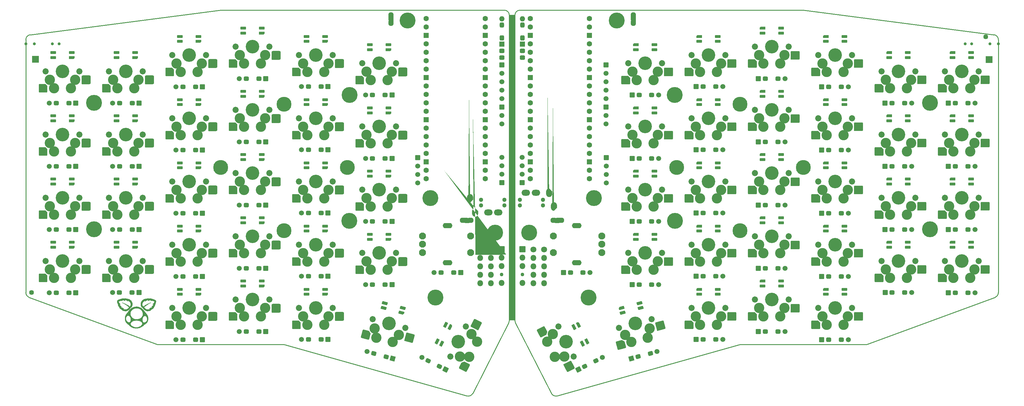
<source format=gbs>
%TF.GenerationSoftware,KiCad,Pcbnew,7.0.10*%
%TF.CreationDate,2024-03-01T16:33:51-05:00*%
%TF.ProjectId,Sofle_Pico_Panel,536f666c-655f-4506-9963-6f5f50616e65,v3.5.4*%
%TF.SameCoordinates,Original*%
%TF.FileFunction,Soldermask,Bot*%
%TF.FilePolarity,Negative*%
%FSLAX46Y46*%
G04 Gerber Fmt 4.6, Leading zero omitted, Abs format (unit mm)*
G04 Created by KiCad (PCBNEW 7.0.10) date 2024-03-01 16:33:51*
%MOMM*%
%LPD*%
G01*
G04 APERTURE LIST*
G04 Aperture macros list*
%AMRoundRect*
0 Rectangle with rounded corners*
0 $1 Rounding radius*
0 $2 $3 $4 $5 $6 $7 $8 $9 X,Y pos of 4 corners*
0 Add a 4 corners polygon primitive as box body*
4,1,4,$2,$3,$4,$5,$6,$7,$8,$9,$2,$3,0*
0 Add four circle primitives for the rounded corners*
1,1,$1+$1,$2,$3*
1,1,$1+$1,$4,$5*
1,1,$1+$1,$6,$7*
1,1,$1+$1,$8,$9*
0 Add four rect primitives between the rounded corners*
20,1,$1+$1,$2,$3,$4,$5,0*
20,1,$1+$1,$4,$5,$6,$7,0*
20,1,$1+$1,$6,$7,$8,$9,0*
20,1,$1+$1,$8,$9,$2,$3,0*%
%AMFreePoly0*
4,1,34,1.310355,1.295355,1.325000,1.260000,1.325000,-1.008000,1.324039,-1.017754,1.304857,-1.114190,1.297391,-1.132215,1.242764,-1.213970,1.228970,-1.227764,1.147215,-1.282391,1.129190,-1.289857,1.032754,-1.309039,1.023000,-1.310000,-1.023000,-1.310000,-1.032754,-1.309039,-1.129190,-1.289857,-1.147215,-1.282391,-1.228970,-1.227764,-1.242764,-1.213970,-1.297391,-1.132215,-1.304857,-1.114190,
-1.324039,-1.017754,-1.325000,-1.008000,-1.325000,1.008000,-1.324039,1.017754,-1.304857,1.114190,-1.297391,1.132215,-1.242764,1.213970,-1.228970,1.227764,-1.147215,1.282391,-1.129190,1.289857,-1.032754,1.309039,-1.023000,1.310000,1.275000,1.310000,1.310355,1.295355,1.310355,1.295355,$1*%
%AMFreePoly1*
4,1,35,1.032754,1.309039,1.129190,1.289857,1.147215,1.282391,1.228970,1.227764,1.242764,1.213970,1.297391,1.132215,1.304857,1.114190,1.324039,1.017754,1.325000,1.008000,1.325000,-1.008000,1.324039,-1.017754,1.304857,-1.114190,1.297391,-1.132215,1.242764,-1.213970,1.228970,-1.227764,1.147215,-1.282391,1.129190,-1.289857,1.032754,-1.309039,1.023000,-1.310000,-0.645000,-1.310000,
-0.680355,-1.295355,-1.310355,-0.665355,-1.325000,-0.630000,-1.325000,1.008000,-1.324039,1.017754,-1.304857,1.114190,-1.297391,1.132215,-1.242764,1.213970,-1.228970,1.227764,-1.147215,1.282391,-1.129190,1.289857,-1.032754,1.309039,-1.023000,1.310000,1.023000,1.310000,1.032754,1.309039,1.032754,1.309039,$1*%
%AMFreePoly2*
4,1,35,0.686755,0.459039,0.733825,0.449676,0.751849,0.442210,0.791753,0.415547,0.805547,0.401753,0.832210,0.361849,0.839676,0.343825,0.849039,0.296755,0.850000,0.287000,0.850000,-0.082000,0.835355,-0.117355,0.507355,-0.445355,0.472000,-0.460000,-0.677000,-0.460000,-0.686755,-0.459039,-0.733825,-0.449676,-0.751849,-0.442210,-0.791753,-0.415547,-0.805547,-0.401753,-0.832210,-0.361849,
-0.839676,-0.343825,-0.849039,-0.296755,-0.850000,-0.287000,-0.850000,0.287000,-0.849039,0.296755,-0.839676,0.343825,-0.832210,0.361849,-0.805547,0.401753,-0.791753,0.415547,-0.751849,0.442210,-0.733825,0.449676,-0.686755,0.459039,-0.677000,0.460000,0.677000,0.460000,0.686755,0.459039,0.686755,0.459039,$1*%
%AMFreePoly3*
4,1,39,0.560355,0.785355,0.785355,0.560355,0.800000,0.525000,0.800000,-0.525000,0.785355,-0.560355,0.560355,-0.785355,0.525000,-0.800000,0.000000,-0.800000,-0.005082,-0.799741,-0.156745,-0.784246,-0.167390,-0.781967,-0.332691,-0.727193,-0.343213,-0.722287,-0.491426,-0.630868,-0.500532,-0.623667,-0.623667,-0.500532,-0.630868,-0.491426,-0.722287,-0.343213,-0.727193,-0.332691,-0.781967,-0.167390,
-0.784246,-0.156745,-0.799741,-0.005082,-0.799741,0.005082,-0.784246,0.156745,-0.781967,0.167390,-0.727193,0.332691,-0.722287,0.343213,-0.630868,0.491426,-0.623667,0.500532,-0.500532,0.623667,-0.491426,0.630868,-0.343213,0.722287,-0.332691,0.727193,-0.167390,0.781967,-0.156745,0.784246,-0.005082,0.799741,0.000000,0.800000,0.525000,0.800000,0.560355,0.785355,0.560355,0.785355,
$1*%
%AMFreePoly4*
4,1,14,-0.214645,0.785355,0.535355,0.035355,0.550000,0.000000,0.535355,-0.035355,-0.214645,-0.785355,-0.250000,-0.800000,-0.500000,-0.800000,-0.535355,-0.785355,-0.550000,-0.750000,-0.550000,0.750000,-0.535355,0.785355,-0.500000,0.800000,-0.250000,0.800000,-0.214645,0.785355,-0.214645,0.785355,$1*%
%AMFreePoly5*
4,1,16,0.295355,0.785355,0.310000,0.750000,0.310000,-0.750000,0.295355,-0.785355,0.260000,-0.800000,-0.990000,-0.800000,-1.025355,-0.785355,-1.040000,-0.750000,-1.025355,-0.714645,-0.310710,0.000000,-1.025355,0.714645,-1.040000,0.750000,-1.025355,0.785355,-0.990000,0.800000,0.260000,0.800000,0.295355,0.785355,0.295355,0.785355,$1*%
%AMFreePoly6*
4,1,39,0.005082,0.799741,0.156745,0.784246,0.167390,0.781967,0.332691,0.727193,0.343213,0.722287,0.491426,0.630868,0.500532,0.623667,0.623667,0.500532,0.630868,0.491426,0.722287,0.343213,0.727193,0.332691,0.781967,0.167390,0.784246,0.156745,0.799741,0.005082,0.799741,-0.005082,0.784246,-0.156745,0.781967,-0.167390,0.727193,-0.332691,0.722287,-0.343213,0.630868,-0.491426,
0.623667,-0.500532,0.500532,-0.623667,0.491426,-0.630868,0.343213,-0.722287,0.332691,-0.727193,0.167390,-0.781967,0.156745,-0.784246,0.005082,-0.799741,0.000000,-0.800000,-0.600000,-0.800000,-0.635355,-0.785355,-0.785355,-0.635355,-0.800000,-0.600000,-0.800000,0.600000,-0.785355,0.635355,-0.635355,0.785355,-0.600000,0.800000,0.000000,0.800000,0.005082,0.799741,0.005082,0.799741,
$1*%
%AMFreePoly7*
4,1,56,0.118133,1.292104,0.126817,1.290741,0.305186,1.246382,0.315334,1.242654,0.479998,1.160989,0.489108,1.155166,0.632366,1.040012,0.640012,1.032366,0.755166,0.889108,0.760989,0.879998,0.842654,0.715334,0.846382,0.705186,0.890741,0.526817,0.892104,0.518133,0.899885,0.403383,0.900000,0.400000,0.900000,-0.400000,0.885355,-0.435355,0.035355,-1.285355,0.000000,-1.300000,
-0.003383,-1.299885,-0.118133,-1.292104,-0.126817,-1.290741,-0.305186,-1.246382,-0.315334,-1.242654,-0.479998,-1.160989,-0.489108,-1.155166,-0.632366,-1.040012,-0.640012,-1.032366,-0.755166,-0.889108,-0.760989,-0.879998,-0.842654,-0.715334,-0.846382,-0.705186,-0.890741,-0.526817,-0.892104,-0.518133,-0.899885,-0.403383,-0.900000,-0.400000,-0.900000,0.400000,-0.899885,0.403383,-0.892104,0.518133,
-0.890741,0.526817,-0.846382,0.705186,-0.842654,0.715334,-0.760989,0.879998,-0.755166,0.889108,-0.640012,1.032366,-0.632366,1.040012,-0.489108,1.155166,-0.479998,1.160989,-0.315334,1.242654,-0.305186,1.246382,-0.126817,1.290741,-0.118133,1.292104,-0.003383,1.299885,0.003383,1.299885,0.118133,1.292104,0.118133,1.292104,$1*%
%AMFreePoly8*
4,1,56,0.032882,1.287666,0.035355,1.285355,0.885355,0.435355,0.900000,0.400000,0.900000,-0.400000,0.899885,-0.403383,0.892104,-0.518133,0.890741,-0.526817,0.846382,-0.705186,0.842654,-0.715334,0.760989,-0.879998,0.755166,-0.889108,0.640012,-1.032366,0.632366,-1.040012,0.489108,-1.155166,0.479998,-1.160989,0.315334,-1.242654,0.305186,-1.246382,0.126817,-1.290741,0.118133,-1.292104,
0.003383,-1.299885,-0.003383,-1.299885,-0.118133,-1.292104,-0.126817,-1.290741,-0.305186,-1.246382,-0.315334,-1.242654,-0.479998,-1.160989,-0.489108,-1.155166,-0.632366,-1.040012,-0.640012,-1.032366,-0.755166,-0.889108,-0.760989,-0.879998,-0.842654,-0.715334,-0.846382,-0.705186,-0.890741,-0.526817,-0.892104,-0.518133,-0.899885,-0.403383,-0.900000,-0.400000,-0.900000,0.400000,-0.899885,0.403383,
-0.892104,0.518133,-0.890741,0.526817,-0.846382,0.705186,-0.842654,0.715334,-0.760989,0.879998,-0.755166,0.889108,-0.640012,1.032366,-0.632366,1.040012,-0.489108,1.155166,-0.479998,1.160989,-0.315334,1.242654,-0.305186,1.246382,-0.126817,1.290741,-0.118133,1.292104,-0.003383,1.299885,0.032882,1.287666,0.032882,1.287666,$1*%
%AMFreePoly9*
4,1,35,0.660355,1.295355,1.285355,0.670355,1.300000,0.635000,1.300000,-1.010000,1.299039,-1.019754,1.280009,-1.115425,1.272544,-1.133449,1.218351,-1.214555,1.204555,-1.228351,1.123449,-1.282544,1.105425,-1.290009,1.009754,-1.309039,1.000000,-1.310000,-1.000000,-1.310000,-1.009754,-1.309039,-1.105425,-1.290009,-1.123449,-1.282544,-1.204555,-1.228351,-1.218351,-1.214555,-1.272544,-1.133449,
-1.280009,-1.115425,-1.299039,-1.019754,-1.300000,-1.010000,-1.300000,1.010000,-1.299039,1.019754,-1.280009,1.115425,-1.272544,1.133449,-1.218351,1.214555,-1.204555,1.228351,-1.123449,1.282544,-1.105425,1.290009,-1.009754,1.309039,-1.000000,1.310000,0.625000,1.310000,0.660355,1.295355,0.660355,1.295355,$1*%
%AMFreePoly10*
4,1,34,1.031754,1.314039,1.128573,1.294781,1.146598,1.287315,1.228677,1.232471,1.242471,1.218677,1.297315,1.136598,1.304781,1.118573,1.324039,1.021754,1.325000,1.012000,1.325000,-1.012000,1.324039,-1.021754,1.304781,-1.118573,1.297315,-1.136598,1.242471,-1.218677,1.228677,-1.232471,1.146598,-1.287315,1.128573,-1.294781,1.031754,-1.314039,1.022000,-1.315000,-1.275000,-1.315000,
-1.310355,-1.300355,-1.325000,-1.265000,-1.325000,1.012000,-1.324039,1.021754,-1.304781,1.118573,-1.297315,1.136598,-1.242471,1.218677,-1.228677,1.232471,-1.146598,1.287315,-1.128573,1.294781,-1.031754,1.314039,-1.022000,1.315000,1.022000,1.315000,1.031754,1.314039,1.031754,1.314039,$1*%
%AMFreePoly11*
4,1,14,0.535355,0.785355,0.550000,0.750000,0.550000,-0.750000,0.535355,-0.785355,0.500000,-0.800000,0.250000,-0.800000,0.214645,-0.785355,-0.535355,-0.035355,-0.550000,0.000000,-0.535355,0.035355,0.214645,0.785355,0.250000,0.800000,0.500000,0.800000,0.535355,0.785355,0.535355,0.785355,$1*%
%AMFreePoly12*
4,1,16,1.025355,0.785355,1.040000,0.750000,1.025355,0.714645,0.310710,0.000000,1.025355,-0.714645,1.040000,-0.750000,1.025355,-0.785355,0.990000,-0.800000,-0.260000,-0.800000,-0.295355,-0.785355,-0.310000,-0.750000,-0.310000,0.750000,-0.295355,0.785355,-0.260000,0.800000,0.990000,0.800000,1.025355,0.785355,1.025355,0.785355,$1*%
G04 Aperture macros list end*
%ADD10C,0.250000*%
%ADD11C,0.100000*%
%ADD12C,0.022619*%
%ADD13RoundRect,0.050000X-0.700000X-0.700000X0.700000X-0.700000X0.700000X0.700000X-0.700000X0.700000X0*%
%ADD14RoundRect,0.325000X-0.425000X-0.325000X0.425000X-0.325000X0.425000X0.325000X-0.425000X0.325000X0*%
%ADD15C,1.500000*%
%ADD16RoundRect,0.050000X-0.305911X-0.941498X0.941498X-0.305911X0.305911X0.941498X-0.941498X0.305911X0*%
%ADD17RoundRect,0.325000X-0.231131X-0.482523X0.526225X-0.096631X0.231131X0.482523X-0.526225X0.096631X0*%
%ADD18C,1.850000*%
%ADD19C,3.100000*%
%ADD20C,4.087800*%
%ADD21FreePoly0,180.000000*%
%ADD22FreePoly1,180.000000*%
%ADD23FreePoly0,117.000000*%
%ADD24FreePoly1,117.000000*%
%ADD25FreePoly0,195.000000*%
%ADD26FreePoly1,195.000000*%
%ADD27C,4.800000*%
%ADD28RoundRect,0.050000X-0.494975X-0.857321X0.857321X-0.494975X0.494975X0.857321X-0.857321X0.494975X0*%
%ADD29RoundRect,0.325000X-0.326402X-0.423924X0.494635X-0.203928X0.326402X0.423924X-0.494635X0.203928X0*%
%ADD30FreePoly2,0.000000*%
%ADD31RoundRect,0.138000X0.712000X0.322000X-0.712000X0.322000X-0.712000X-0.322000X0.712000X-0.322000X0*%
%ADD32RoundRect,0.138000X-0.712000X-0.322000X0.712000X-0.322000X0.712000X0.322000X-0.712000X0.322000X0*%
%ADD33FreePoly2,180.000000*%
%ADD34RoundRect,0.050000X0.700000X0.700000X-0.700000X0.700000X-0.700000X-0.700000X0.700000X-0.700000X0*%
%ADD35RoundRect,0.325000X0.425000X0.325000X-0.425000X0.325000X-0.425000X-0.325000X0.425000X-0.325000X0*%
%ADD36FreePoly3,90.000000*%
%ADD37FreePoly4,90.000000*%
%ADD38FreePoly5,90.000000*%
%ADD39FreePoly6,90.000000*%
%ADD40FreePoly2,195.000000*%
%ADD41RoundRect,0.138000X-0.604399X-0.495307X0.771079X-0.126749X0.604399X0.495307X-0.771079X0.126749X0*%
%ADD42RoundRect,0.138000X0.604399X0.495307X-0.771079X0.126749X-0.604399X-0.495307X0.771079X-0.126749X0*%
%ADD43C,1.497000*%
%ADD44RoundRect,0.050000X0.698500X-0.698500X0.698500X0.698500X-0.698500X0.698500X-0.698500X-0.698500X0*%
%ADD45FreePoly2,117.000000*%
%ADD46RoundRect,0.138000X-0.610145X0.488212X0.036337X-0.780582X0.610145X-0.488212X-0.036337X0.780582X0*%
%ADD47RoundRect,0.138000X0.610145X-0.488212X-0.036337X0.780582X-0.610145X0.488212X0.036337X-0.780582X0*%
%ADD48RoundRect,0.050000X0.750000X-0.750000X0.750000X0.750000X-0.750000X0.750000X-0.750000X-0.750000X0*%
%ADD49RoundRect,0.325000X0.325000X-0.475000X0.325000X0.475000X-0.325000X0.475000X-0.325000X-0.475000X0*%
%ADD50RoundRect,0.325000X0.325000X-0.425000X0.325000X0.425000X-0.325000X0.425000X-0.325000X-0.425000X0*%
%ADD51O,1.600000X1.600000*%
%ADD52C,1.448000*%
%ADD53FreePoly3,180.000000*%
%ADD54FreePoly4,180.000000*%
%ADD55FreePoly5,180.000000*%
%ADD56FreePoly6,180.000000*%
%ADD57RoundRect,0.050000X-0.698500X0.698500X-0.698500X-0.698500X0.698500X-0.698500X0.698500X0.698500X0*%
%ADD58RoundRect,0.050000X-1.000000X-1.000000X1.000000X-1.000000X1.000000X1.000000X-1.000000X1.000000X0*%
%ADD59C,4.500000*%
%ADD60FreePoly2,345.000000*%
%ADD61RoundRect,0.138000X0.771079X0.126749X-0.604399X0.495307X-0.771079X-0.126749X0.604399X-0.495307X0*%
%ADD62RoundRect,0.138000X-0.771079X-0.126749X0.604399X-0.495307X0.771079X0.126749X-0.604399X0.495307X0*%
%ADD63FreePoly2,63.000000*%
%ADD64RoundRect,0.138000X0.036337X0.780582X-0.610145X-0.488212X-0.036337X-0.780582X0.610145X0.488212X0*%
%ADD65RoundRect,0.138000X-0.036337X-0.780582X0.610145X0.488212X0.036337X0.780582X-0.610145X-0.488212X0*%
%ADD66C,0.900000*%
%ADD67O,2.900000X1.600000*%
%ADD68C,2.100000*%
%ADD69FreePoly3,0.000000*%
%ADD70FreePoly4,0.000000*%
%ADD71FreePoly5,0.000000*%
%ADD72FreePoly6,0.000000*%
%ADD73RoundRect,0.050000X0.941498X0.305911X-0.305911X0.941498X-0.941498X-0.305911X0.305911X-0.941498X0*%
%ADD74RoundRect,0.325000X0.526225X0.096631X-0.231131X0.482523X-0.526225X-0.096631X0.231131X-0.482523X0*%
%ADD75RoundRect,0.050000X0.857321X0.494975X-0.494975X0.857321X-0.857321X-0.494975X0.494975X-0.857321X0*%
%ADD76RoundRect,0.325000X0.494635X0.203928X-0.326402X0.423924X-0.494635X-0.203928X0.326402X-0.423924X0*%
%ADD77C,1.300000*%
%ADD78FreePoly7,270.000000*%
%ADD79FreePoly8,270.000000*%
%ADD80O,2.600000X1.800000*%
%ADD81C,1.100000*%
%ADD82RoundRect,0.050000X0.850000X0.850000X-0.850000X0.850000X-0.850000X-0.850000X0.850000X-0.850000X0*%
%ADD83O,1.800000X1.800000*%
%ADD84FreePoly9,-0.000000*%
%ADD85FreePoly10,-0.000000*%
%ADD86C,1.800000*%
%ADD87FreePoly11,270.000000*%
%ADD88FreePoly12,270.000000*%
%ADD89FreePoly7,90.000000*%
%ADD90FreePoly8,90.000000*%
%ADD91RoundRect,0.271277X-0.503723X0.366223X-0.503723X-0.366223X0.503723X-0.366223X0.503723X0.366223X0*%
%ADD92C,1.600000*%
%ADD93RoundRect,0.050000X0.750000X0.750000X-0.750000X0.750000X-0.750000X-0.750000X0.750000X-0.750000X0*%
%ADD94RoundRect,0.050000X1.000000X1.000000X-1.000000X1.000000X-1.000000X-1.000000X1.000000X-1.000000X0*%
%ADD95FreePoly9,63.000000*%
%ADD96FreePoly10,63.000000*%
%ADD97FreePoly9,345.000000*%
%ADD98FreePoly10,345.000000*%
G04 APERTURE END LIST*
D10*
X50930900Y-148695000D02*
X105945626Y-164190565D01*
X117152116Y-47944999D02*
X31880901Y-47945000D01*
X207117300Y-47944235D02*
X264431143Y-55343234D01*
X105945630Y-164190552D02*
G75*
G03*
X107678019Y-163424736I395870J1446852D01*
G01*
X118488995Y-142207809D02*
G75*
G03*
X118652500Y-141500135I-1338195J681909D01*
G01*
X-26769099Y-133044999D02*
G75*
G03*
X-25863362Y-134422262I1499543J-301D01*
G01*
X118652500Y-141500135D02*
X118652500Y-49445384D01*
X131320198Y-163423962D02*
G75*
G03*
X133052575Y-164189800I1336502J680962D01*
G01*
X-25863362Y-134422262D02*
X12830901Y-148695000D01*
X133052575Y-164189800D02*
X188067300Y-148694235D01*
X120345701Y-49444619D02*
X120345701Y-141499370D01*
X-25432942Y-55343999D02*
G75*
G03*
X-26769099Y-56845000I174816J-1500826D01*
G01*
X-25432942Y-55343999D02*
X31880901Y-47945000D01*
X121846085Y-47944201D02*
G75*
G03*
X120345701Y-49444619I15J-1500399D01*
G01*
X12830901Y-148695000D02*
X50930900Y-148695000D01*
X120345680Y-141499370D02*
G75*
G03*
X120509189Y-142207053I1501420J-25830D01*
G01*
X-26769099Y-133044999D02*
X-26769099Y-56845000D01*
X264861551Y-134421470D02*
G75*
G03*
X265767300Y-133044235I-593951J1377070D01*
G01*
X226167300Y-148694235D02*
X264861563Y-134421497D01*
X207117300Y-47944235D02*
X121846085Y-47944235D01*
D11*
X118650000Y-49400000D02*
X120350000Y-49400000D01*
X120350000Y-141325000D01*
X118650000Y-141325000D01*
X118650000Y-49400000D01*
G36*
X118650000Y-49400000D02*
G01*
X120350000Y-49400000D01*
X120350000Y-141325000D01*
X118650000Y-141325000D01*
X118650000Y-49400000D01*
G37*
D10*
X265767315Y-56844235D02*
G75*
G03*
X264431143Y-55343235I-1511015J135D01*
G01*
X107678020Y-163424736D02*
X118489012Y-142207818D01*
X265767300Y-56844235D02*
X265767300Y-133044235D01*
X120509189Y-142207053D02*
X131320181Y-163423971D01*
X118652501Y-49445384D02*
G75*
G03*
X117152116Y-47944999I-1500501J-116D01*
G01*
X188067300Y-148694235D02*
X226167300Y-148694235D01*
D11*
X156647500Y-51360135D02*
X155247500Y-51360135D01*
X155247500Y-51360135D02*
X155247500Y-50170135D01*
X155247500Y-50170135D02*
X156647500Y-50170135D01*
X156647500Y-50170135D02*
X156647500Y-51360135D01*
G36*
X156647500Y-51360135D02*
G01*
X155247500Y-51360135D01*
X155247500Y-50170135D01*
X156647500Y-50170135D01*
X156647500Y-51360135D01*
G37*
X106542500Y-110595135D02*
X105352500Y-110595135D01*
X105352500Y-110595135D02*
X105352500Y-111995135D01*
X105352500Y-111995135D02*
X106542500Y-111995135D01*
X106542500Y-111995135D02*
X106542500Y-110595135D01*
G36*
X106542500Y-110595135D02*
G01*
X105352500Y-110595135D01*
X105352500Y-111995135D01*
X106542500Y-111995135D01*
X106542500Y-110595135D01*
G37*
X132445000Y-112000000D02*
X133635000Y-112000000D01*
X133635000Y-112000000D02*
X133635000Y-110600000D01*
X133635000Y-110600000D02*
X132445000Y-110600000D01*
X132445000Y-110600000D02*
X132445000Y-112000000D01*
G36*
X132445000Y-112000000D02*
G01*
X133635000Y-112000000D01*
X133635000Y-110600000D01*
X132445000Y-110600000D01*
X132445000Y-112000000D01*
G37*
X83752500Y-51375135D02*
X82352500Y-51375135D01*
X82352500Y-51375135D02*
X82352500Y-50185135D01*
X82352500Y-50185135D02*
X83752500Y-50185135D01*
X83752500Y-50185135D02*
X83752500Y-51375135D01*
G36*
X83752500Y-51375135D02*
G01*
X82352500Y-51375135D01*
X82352500Y-50185135D01*
X83752500Y-50185135D01*
X83752500Y-51375135D01*
G37*
D12*
X12344006Y-135712137D02*
X12343141Y-135732040D01*
X12341817Y-135751921D01*
X12340066Y-135771775D01*
X12335407Y-135811391D01*
X12329419Y-135850866D01*
X12322353Y-135890173D01*
X12314463Y-135929290D01*
X12306001Y-135968190D01*
X12288224Y-136035590D01*
X12268527Y-136104810D01*
X12246547Y-136174758D01*
X12221923Y-136244343D01*
X12208506Y-136278659D01*
X12194292Y-136312474D01*
X12179236Y-136345653D01*
X12163292Y-136378060D01*
X12146415Y-136409557D01*
X12128560Y-136440008D01*
X12109682Y-136469277D01*
X12089735Y-136497228D01*
X12089285Y-136545289D01*
X12086191Y-136594683D01*
X12080483Y-136645101D01*
X12072190Y-136696230D01*
X12061343Y-136747760D01*
X12047972Y-136799382D01*
X12032106Y-136850784D01*
X12013776Y-136901656D01*
X11993011Y-136951688D01*
X11969841Y-137000568D01*
X11944297Y-137047987D01*
X11916408Y-137093633D01*
X11886204Y-137137196D01*
X11853715Y-137178367D01*
X11818971Y-137216833D01*
X11782002Y-137252285D01*
X11765645Y-137308891D01*
X11747594Y-137362874D01*
X11727961Y-137414301D01*
X11706859Y-137463238D01*
X11684401Y-137509751D01*
X11660700Y-137553906D01*
X11635870Y-137595769D01*
X11610023Y-137635407D01*
X11583273Y-137672885D01*
X11555731Y-137708269D01*
X11527512Y-137741626D01*
X11498728Y-137773022D01*
X11439917Y-137830194D01*
X11380203Y-137880315D01*
X11320489Y-137923912D01*
X11261680Y-137961514D01*
X11204679Y-137993652D01*
X11150390Y-138020852D01*
X11099717Y-138043645D01*
X11053564Y-138062559D01*
X10978434Y-138090864D01*
X10954483Y-138137903D01*
X10926405Y-138182189D01*
X10894447Y-138223780D01*
X10858855Y-138262738D01*
X10819876Y-138299119D01*
X10777755Y-138332984D01*
X10732740Y-138364391D01*
X10685077Y-138393401D01*
X10635012Y-138420071D01*
X10582792Y-138444460D01*
X10528664Y-138466629D01*
X10472873Y-138486637D01*
X10357291Y-138520402D01*
X10238018Y-138546230D01*
X10117026Y-138564592D01*
X9996287Y-138575963D01*
X9877771Y-138580816D01*
X9763453Y-138579622D01*
X9655302Y-138572855D01*
X9555291Y-138560989D01*
X9465391Y-138544495D01*
X9387575Y-138523848D01*
X9297105Y-138483869D01*
X9211190Y-138442127D01*
X9129575Y-138398549D01*
X9052007Y-138353060D01*
X8978232Y-138305587D01*
X8907994Y-138256055D01*
X8841040Y-138204390D01*
X8777117Y-138150518D01*
X8715968Y-138094365D01*
X8657341Y-138035857D01*
X8600981Y-137974920D01*
X8546634Y-137911480D01*
X8494046Y-137845462D01*
X8442963Y-137776792D01*
X8393129Y-137705397D01*
X8344292Y-137631202D01*
X8302196Y-137606157D01*
X8261111Y-137579389D01*
X8221122Y-137550947D01*
X8182314Y-137520879D01*
X8144770Y-137489236D01*
X8108576Y-137456065D01*
X8073815Y-137421416D01*
X8040571Y-137385338D01*
X8008928Y-137347880D01*
X7978971Y-137309090D01*
X7950785Y-137269018D01*
X7924452Y-137227712D01*
X7900058Y-137185222D01*
X7877687Y-137141596D01*
X7857422Y-137096884D01*
X7839349Y-137051135D01*
X7807292Y-136934889D01*
X7783233Y-136820575D01*
X7766882Y-136708323D01*
X7760621Y-136631194D01*
X8222971Y-136631194D01*
X8227291Y-136698885D01*
X8237069Y-136765067D01*
X8252436Y-136829416D01*
X8273523Y-136891602D01*
X8300462Y-136951300D01*
X8333384Y-137008183D01*
X8372420Y-137061922D01*
X8417702Y-137112192D01*
X8469362Y-137158666D01*
X8527531Y-137201015D01*
X8592339Y-137238914D01*
X8713018Y-137142626D01*
X8836653Y-137049659D01*
X8963177Y-136959939D01*
X9092525Y-136873393D01*
X9224630Y-136789950D01*
X9359426Y-136709534D01*
X9496847Y-136632075D01*
X9636825Y-136557498D01*
X9779295Y-136485732D01*
X9924191Y-136416702D01*
X10071445Y-136350335D01*
X10220992Y-136286560D01*
X10372766Y-136225303D01*
X10526699Y-136166491D01*
X10682726Y-136110052D01*
X10840781Y-136055911D01*
X10453014Y-136258730D01*
X10106097Y-136451902D01*
X9798040Y-136635955D01*
X9526855Y-136811421D01*
X9290555Y-136978828D01*
X9184865Y-137059675D01*
X9087151Y-137138706D01*
X8997163Y-137215988D01*
X8914653Y-137291586D01*
X8839373Y-137365567D01*
X8771075Y-137437997D01*
X8827099Y-137520845D01*
X8884002Y-137597548D01*
X8941695Y-137668287D01*
X9000092Y-137733244D01*
X9059107Y-137792600D01*
X9118652Y-137846537D01*
X9178640Y-137895236D01*
X9238984Y-137938880D01*
X9299598Y-137977649D01*
X9360395Y-138011725D01*
X9421287Y-138041290D01*
X9482188Y-138066525D01*
X9543011Y-138087612D01*
X9603669Y-138104733D01*
X9664075Y-138118069D01*
X9724141Y-138127802D01*
X9783782Y-138134113D01*
X9842910Y-138137183D01*
X9901439Y-138137196D01*
X9959281Y-138134331D01*
X10072557Y-138120697D01*
X10182043Y-138097734D01*
X10287045Y-138066895D01*
X10386867Y-138029633D01*
X10480812Y-137987400D01*
X10568188Y-137941648D01*
X10511123Y-137923140D01*
X10464376Y-137905541D01*
X10427425Y-137888749D01*
X10399746Y-137872660D01*
X10380818Y-137857172D01*
X10370118Y-137842182D01*
X10367123Y-137827587D01*
X10371312Y-137813285D01*
X10382162Y-137799172D01*
X10399150Y-137785146D01*
X10421755Y-137771104D01*
X10449453Y-137756944D01*
X10518041Y-137727855D01*
X10600734Y-137697057D01*
X10791723Y-137627045D01*
X10891660Y-137586186D01*
X10988985Y-137540328D01*
X11035363Y-137515267D01*
X11079521Y-137488649D01*
X11120937Y-137460369D01*
X11159088Y-137430326D01*
X11193452Y-137398417D01*
X11223506Y-137364538D01*
X11248729Y-137328587D01*
X11268597Y-137290461D01*
X11151344Y-137292943D01*
X11070473Y-137291199D01*
X11042469Y-137288609D01*
X11022107Y-137284803D01*
X11008902Y-137279728D01*
X11002369Y-137273331D01*
X11002024Y-137265560D01*
X11007382Y-137256360D01*
X11017959Y-137245680D01*
X11033270Y-137233466D01*
X11132161Y-137168212D01*
X11197410Y-137125004D01*
X11268026Y-137074177D01*
X11340131Y-137015307D01*
X11375531Y-136982723D01*
X11409849Y-136947969D01*
X11442602Y-136910992D01*
X11473304Y-136871740D01*
X11501470Y-136830159D01*
X11526616Y-136786196D01*
X11548259Y-136739798D01*
X11565911Y-136690912D01*
X11579091Y-136639486D01*
X11587311Y-136585465D01*
X11497447Y-136578421D01*
X11463702Y-136573351D01*
X11436884Y-136567169D01*
X11416594Y-136559814D01*
X11402435Y-136551228D01*
X11394006Y-136541349D01*
X11390911Y-136530118D01*
X11392749Y-136517475D01*
X11399124Y-136503360D01*
X11409636Y-136487712D01*
X11423886Y-136470472D01*
X11462010Y-136430975D01*
X11510306Y-136384388D01*
X11565587Y-136330231D01*
X11624664Y-136268023D01*
X11684350Y-136197285D01*
X11713424Y-136158567D01*
X11741455Y-136117536D01*
X11768045Y-136074133D01*
X11792793Y-136028296D01*
X11815303Y-135979967D01*
X11835175Y-135929085D01*
X11852011Y-135875590D01*
X11865412Y-135819422D01*
X11874980Y-135760521D01*
X11880317Y-135698827D01*
X11818084Y-135657162D01*
X11755647Y-135621138D01*
X11693227Y-135590387D01*
X11631046Y-135564539D01*
X11569325Y-135543224D01*
X11508287Y-135526073D01*
X11448153Y-135512716D01*
X11389144Y-135502785D01*
X11275389Y-135491721D01*
X11168795Y-135489926D01*
X11071135Y-135494444D01*
X10984183Y-135502319D01*
X10849491Y-135516324D01*
X10805297Y-135516544D01*
X10789764Y-135513665D01*
X10778902Y-135508300D01*
X10772934Y-135500082D01*
X10772080Y-135488640D01*
X10776562Y-135473604D01*
X10786602Y-135454606D01*
X10824242Y-135403245D01*
X10886773Y-135331601D01*
X10838815Y-135316786D01*
X10790386Y-135306302D01*
X10741663Y-135299794D01*
X10692823Y-135296908D01*
X10644042Y-135297289D01*
X10595499Y-135300583D01*
X10547369Y-135306435D01*
X10499829Y-135314492D01*
X10407230Y-135335797D01*
X10319116Y-135361665D01*
X10162007Y-135415739D01*
X10095842Y-135438275D01*
X10039824Y-135454029D01*
X10016062Y-135458476D01*
X9995368Y-135460163D01*
X9977918Y-135458738D01*
X9963890Y-135453844D01*
X9953460Y-135445128D01*
X9946806Y-135432234D01*
X9944103Y-135414809D01*
X9945530Y-135392498D01*
X9951262Y-135364947D01*
X9961478Y-135331800D01*
X9996065Y-135247304D01*
X9986155Y-135244302D01*
X9976224Y-135241658D01*
X9966274Y-135239365D01*
X9956310Y-135237417D01*
X9946332Y-135235810D01*
X9936346Y-135234535D01*
X9926352Y-135233589D01*
X9916354Y-135232964D01*
X9878832Y-135233349D01*
X9841318Y-135237759D01*
X9803900Y-135245832D01*
X9766667Y-135257203D01*
X9729709Y-135271510D01*
X9693113Y-135288390D01*
X9656969Y-135307479D01*
X9621365Y-135328414D01*
X9552136Y-135374372D01*
X9486136Y-135423357D01*
X9366666Y-135518792D01*
X9314619Y-135559431D01*
X9268644Y-135591477D01*
X9248156Y-135603371D01*
X9229452Y-135612027D01*
X9212623Y-135617082D01*
X9197756Y-135618174D01*
X9184940Y-135614939D01*
X9174265Y-135607014D01*
X9165818Y-135594036D01*
X9159690Y-135575641D01*
X9155969Y-135551467D01*
X9154743Y-135521151D01*
X9156102Y-135484329D01*
X9160134Y-135440639D01*
X9080210Y-135464442D01*
X9002982Y-135493605D01*
X8928584Y-135527802D01*
X8857146Y-135566705D01*
X8788800Y-135609987D01*
X8723676Y-135657321D01*
X8661907Y-135708380D01*
X8603625Y-135762837D01*
X8548959Y-135820365D01*
X8498043Y-135880637D01*
X8451006Y-135943325D01*
X8407982Y-136008104D01*
X8369100Y-136074645D01*
X8334493Y-136142623D01*
X8304292Y-136211709D01*
X8278628Y-136281576D01*
X8257633Y-136351899D01*
X8241439Y-136422349D01*
X8230176Y-136492599D01*
X8223976Y-136562324D01*
X8222971Y-136631194D01*
X7760621Y-136631194D01*
X7757948Y-136598261D01*
X7756142Y-136490517D01*
X7761172Y-136385220D01*
X7772750Y-136282499D01*
X7790585Y-136182481D01*
X7814386Y-136085296D01*
X7843864Y-135991073D01*
X7878728Y-135899939D01*
X7918689Y-135812024D01*
X7963455Y-135727456D01*
X8012738Y-135646364D01*
X8066246Y-135568876D01*
X8123690Y-135495120D01*
X8184779Y-135425226D01*
X8249223Y-135359322D01*
X8316733Y-135297536D01*
X8387017Y-135239998D01*
X8459787Y-135186835D01*
X8534751Y-135138177D01*
X8611619Y-135094152D01*
X8690102Y-135054888D01*
X8769909Y-135020514D01*
X8850750Y-134991159D01*
X8932334Y-134966951D01*
X9014373Y-134948019D01*
X9096575Y-134934491D01*
X9178650Y-134926497D01*
X9260308Y-134924164D01*
X9341260Y-134927621D01*
X9378588Y-134912538D01*
X9416387Y-134898588D01*
X9454611Y-134885754D01*
X9493211Y-134874021D01*
X9532141Y-134863373D01*
X9571354Y-134853794D01*
X9610802Y-134845268D01*
X9650437Y-134837781D01*
X9690213Y-134831315D01*
X9730083Y-134825856D01*
X9769998Y-134821387D01*
X9809913Y-134817893D01*
X9849778Y-134815358D01*
X9889548Y-134813767D01*
X9929175Y-134813103D01*
X9968612Y-134813351D01*
X10015618Y-134814831D01*
X10062200Y-134817573D01*
X10108276Y-134821552D01*
X10153765Y-134826738D01*
X10198585Y-134833106D01*
X10242655Y-134840627D01*
X10285892Y-134849274D01*
X10328215Y-134859020D01*
X10367558Y-134850420D01*
X10408571Y-134843321D01*
X10451009Y-134837699D01*
X10494626Y-134833532D01*
X10539175Y-134830795D01*
X10584410Y-134829466D01*
X10630085Y-134829521D01*
X10675954Y-134830936D01*
X10721772Y-134833688D01*
X10767290Y-134837753D01*
X10812265Y-134843108D01*
X10856449Y-134849730D01*
X10899596Y-134857594D01*
X10941460Y-134866678D01*
X10981796Y-134876959D01*
X11020356Y-134888411D01*
X11046638Y-134898190D01*
X11072747Y-134907273D01*
X11124368Y-134923904D01*
X11224675Y-134954894D01*
X11273047Y-134971464D01*
X11296719Y-134980500D01*
X11320023Y-134990222D01*
X11342938Y-135000767D01*
X11365445Y-135012274D01*
X11387524Y-135024881D01*
X11409157Y-135038725D01*
X11463333Y-135045982D01*
X11517277Y-135055042D01*
X11570920Y-135065896D01*
X11624189Y-135078540D01*
X11677013Y-135092966D01*
X11729321Y-135109169D01*
X11781042Y-135127143D01*
X11832104Y-135146880D01*
X11882436Y-135168374D01*
X11931967Y-135191620D01*
X11980625Y-135216611D01*
X12028340Y-135243340D01*
X12075039Y-135271802D01*
X12120652Y-135301989D01*
X12165107Y-135333896D01*
X12208333Y-135367516D01*
X12223426Y-135381164D01*
X12237724Y-135395585D01*
X12251208Y-135410732D01*
X12263858Y-135426559D01*
X12275656Y-135443018D01*
X12286580Y-135460062D01*
X12296613Y-135477644D01*
X12305733Y-135495717D01*
X12313923Y-135514234D01*
X12321161Y-135533147D01*
X12327430Y-135552410D01*
X12332708Y-135571975D01*
X12336977Y-135591796D01*
X12340217Y-135611825D01*
X12342408Y-135632014D01*
X12343531Y-135652318D01*
X12344233Y-135672273D01*
X12344381Y-135692213D01*
X12344256Y-135698827D01*
X12344006Y-135712137D01*
G36*
X12344006Y-135712137D02*
G01*
X12343141Y-135732040D01*
X12341817Y-135751921D01*
X12340066Y-135771775D01*
X12335407Y-135811391D01*
X12329419Y-135850866D01*
X12322353Y-135890173D01*
X12314463Y-135929290D01*
X12306001Y-135968190D01*
X12288224Y-136035590D01*
X12268527Y-136104810D01*
X12246547Y-136174758D01*
X12221923Y-136244343D01*
X12208506Y-136278659D01*
X12194292Y-136312474D01*
X12179236Y-136345653D01*
X12163292Y-136378060D01*
X12146415Y-136409557D01*
X12128560Y-136440008D01*
X12109682Y-136469277D01*
X12089735Y-136497228D01*
X12089285Y-136545289D01*
X12086191Y-136594683D01*
X12080483Y-136645101D01*
X12072190Y-136696230D01*
X12061343Y-136747760D01*
X12047972Y-136799382D01*
X12032106Y-136850784D01*
X12013776Y-136901656D01*
X11993011Y-136951688D01*
X11969841Y-137000568D01*
X11944297Y-137047987D01*
X11916408Y-137093633D01*
X11886204Y-137137196D01*
X11853715Y-137178367D01*
X11818971Y-137216833D01*
X11782002Y-137252285D01*
X11765645Y-137308891D01*
X11747594Y-137362874D01*
X11727961Y-137414301D01*
X11706859Y-137463238D01*
X11684401Y-137509751D01*
X11660700Y-137553906D01*
X11635870Y-137595769D01*
X11610023Y-137635407D01*
X11583273Y-137672885D01*
X11555731Y-137708269D01*
X11527512Y-137741626D01*
X11498728Y-137773022D01*
X11439917Y-137830194D01*
X11380203Y-137880315D01*
X11320489Y-137923912D01*
X11261680Y-137961514D01*
X11204679Y-137993652D01*
X11150390Y-138020852D01*
X11099717Y-138043645D01*
X11053564Y-138062559D01*
X10978434Y-138090864D01*
X10954483Y-138137903D01*
X10926405Y-138182189D01*
X10894447Y-138223780D01*
X10858855Y-138262738D01*
X10819876Y-138299119D01*
X10777755Y-138332984D01*
X10732740Y-138364391D01*
X10685077Y-138393401D01*
X10635012Y-138420071D01*
X10582792Y-138444460D01*
X10528664Y-138466629D01*
X10472873Y-138486637D01*
X10357291Y-138520402D01*
X10238018Y-138546230D01*
X10117026Y-138564592D01*
X9996287Y-138575963D01*
X9877771Y-138580816D01*
X9763453Y-138579622D01*
X9655302Y-138572855D01*
X9555291Y-138560989D01*
X9465391Y-138544495D01*
X9387575Y-138523848D01*
X9297105Y-138483869D01*
X9211190Y-138442127D01*
X9129575Y-138398549D01*
X9052007Y-138353060D01*
X8978232Y-138305587D01*
X8907994Y-138256055D01*
X8841040Y-138204390D01*
X8777117Y-138150518D01*
X8715968Y-138094365D01*
X8657341Y-138035857D01*
X8600981Y-137974920D01*
X8546634Y-137911480D01*
X8494046Y-137845462D01*
X8442963Y-137776792D01*
X8393129Y-137705397D01*
X8344292Y-137631202D01*
X8302196Y-137606157D01*
X8261111Y-137579389D01*
X8221122Y-137550947D01*
X8182314Y-137520879D01*
X8144770Y-137489236D01*
X8108576Y-137456065D01*
X8073815Y-137421416D01*
X8040571Y-137385338D01*
X8008928Y-137347880D01*
X7978971Y-137309090D01*
X7950785Y-137269018D01*
X7924452Y-137227712D01*
X7900058Y-137185222D01*
X7877687Y-137141596D01*
X7857422Y-137096884D01*
X7839349Y-137051135D01*
X7807292Y-136934889D01*
X7783233Y-136820575D01*
X7766882Y-136708323D01*
X7760621Y-136631194D01*
X8222971Y-136631194D01*
X8227291Y-136698885D01*
X8237069Y-136765067D01*
X8252436Y-136829416D01*
X8273523Y-136891602D01*
X8300462Y-136951300D01*
X8333384Y-137008183D01*
X8372420Y-137061922D01*
X8417702Y-137112192D01*
X8469362Y-137158666D01*
X8527531Y-137201015D01*
X8592339Y-137238914D01*
X8713018Y-137142626D01*
X8836653Y-137049659D01*
X8963177Y-136959939D01*
X9092525Y-136873393D01*
X9224630Y-136789950D01*
X9359426Y-136709534D01*
X9496847Y-136632075D01*
X9636825Y-136557498D01*
X9779295Y-136485732D01*
X9924191Y-136416702D01*
X10071445Y-136350335D01*
X10220992Y-136286560D01*
X10372766Y-136225303D01*
X10526699Y-136166491D01*
X10682726Y-136110052D01*
X10840781Y-136055911D01*
X10453014Y-136258730D01*
X10106097Y-136451902D01*
X9798040Y-136635955D01*
X9526855Y-136811421D01*
X9290555Y-136978828D01*
X9184865Y-137059675D01*
X9087151Y-137138706D01*
X8997163Y-137215988D01*
X8914653Y-137291586D01*
X8839373Y-137365567D01*
X8771075Y-137437997D01*
X8827099Y-137520845D01*
X8884002Y-137597548D01*
X8941695Y-137668287D01*
X9000092Y-137733244D01*
X9059107Y-137792600D01*
X9118652Y-137846537D01*
X9178640Y-137895236D01*
X9238984Y-137938880D01*
X9299598Y-137977649D01*
X9360395Y-138011725D01*
X9421287Y-138041290D01*
X9482188Y-138066525D01*
X9543011Y-138087612D01*
X9603669Y-138104733D01*
X9664075Y-138118069D01*
X9724141Y-138127802D01*
X9783782Y-138134113D01*
X9842910Y-138137183D01*
X9901439Y-138137196D01*
X9959281Y-138134331D01*
X10072557Y-138120697D01*
X10182043Y-138097734D01*
X10287045Y-138066895D01*
X10386867Y-138029633D01*
X10480812Y-137987400D01*
X10568188Y-137941648D01*
X10511123Y-137923140D01*
X10464376Y-137905541D01*
X10427425Y-137888749D01*
X10399746Y-137872660D01*
X10380818Y-137857172D01*
X10370118Y-137842182D01*
X10367123Y-137827587D01*
X10371312Y-137813285D01*
X10382162Y-137799172D01*
X10399150Y-137785146D01*
X10421755Y-137771104D01*
X10449453Y-137756944D01*
X10518041Y-137727855D01*
X10600734Y-137697057D01*
X10791723Y-137627045D01*
X10891660Y-137586186D01*
X10988985Y-137540328D01*
X11035363Y-137515267D01*
X11079521Y-137488649D01*
X11120937Y-137460369D01*
X11159088Y-137430326D01*
X11193452Y-137398417D01*
X11223506Y-137364538D01*
X11248729Y-137328587D01*
X11268597Y-137290461D01*
X11151344Y-137292943D01*
X11070473Y-137291199D01*
X11042469Y-137288609D01*
X11022107Y-137284803D01*
X11008902Y-137279728D01*
X11002369Y-137273331D01*
X11002024Y-137265560D01*
X11007382Y-137256360D01*
X11017959Y-137245680D01*
X11033270Y-137233466D01*
X11132161Y-137168212D01*
X11197410Y-137125004D01*
X11268026Y-137074177D01*
X11340131Y-137015307D01*
X11375531Y-136982723D01*
X11409849Y-136947969D01*
X11442602Y-136910992D01*
X11473304Y-136871740D01*
X11501470Y-136830159D01*
X11526616Y-136786196D01*
X11548259Y-136739798D01*
X11565911Y-136690912D01*
X11579091Y-136639486D01*
X11587311Y-136585465D01*
X11497447Y-136578421D01*
X11463702Y-136573351D01*
X11436884Y-136567169D01*
X11416594Y-136559814D01*
X11402435Y-136551228D01*
X11394006Y-136541349D01*
X11390911Y-136530118D01*
X11392749Y-136517475D01*
X11399124Y-136503360D01*
X11409636Y-136487712D01*
X11423886Y-136470472D01*
X11462010Y-136430975D01*
X11510306Y-136384388D01*
X11565587Y-136330231D01*
X11624664Y-136268023D01*
X11684350Y-136197285D01*
X11713424Y-136158567D01*
X11741455Y-136117536D01*
X11768045Y-136074133D01*
X11792793Y-136028296D01*
X11815303Y-135979967D01*
X11835175Y-135929085D01*
X11852011Y-135875590D01*
X11865412Y-135819422D01*
X11874980Y-135760521D01*
X11880317Y-135698827D01*
X11818084Y-135657162D01*
X11755647Y-135621138D01*
X11693227Y-135590387D01*
X11631046Y-135564539D01*
X11569325Y-135543224D01*
X11508287Y-135526073D01*
X11448153Y-135512716D01*
X11389144Y-135502785D01*
X11275389Y-135491721D01*
X11168795Y-135489926D01*
X11071135Y-135494444D01*
X10984183Y-135502319D01*
X10849491Y-135516324D01*
X10805297Y-135516544D01*
X10789764Y-135513665D01*
X10778902Y-135508300D01*
X10772934Y-135500082D01*
X10772080Y-135488640D01*
X10776562Y-135473604D01*
X10786602Y-135454606D01*
X10824242Y-135403245D01*
X10886773Y-135331601D01*
X10838815Y-135316786D01*
X10790386Y-135306302D01*
X10741663Y-135299794D01*
X10692823Y-135296908D01*
X10644042Y-135297289D01*
X10595499Y-135300583D01*
X10547369Y-135306435D01*
X10499829Y-135314492D01*
X10407230Y-135335797D01*
X10319116Y-135361665D01*
X10162007Y-135415739D01*
X10095842Y-135438275D01*
X10039824Y-135454029D01*
X10016062Y-135458476D01*
X9995368Y-135460163D01*
X9977918Y-135458738D01*
X9963890Y-135453844D01*
X9953460Y-135445128D01*
X9946806Y-135432234D01*
X9944103Y-135414809D01*
X9945530Y-135392498D01*
X9951262Y-135364947D01*
X9961478Y-135331800D01*
X9996065Y-135247304D01*
X9986155Y-135244302D01*
X9976224Y-135241658D01*
X9966274Y-135239365D01*
X9956310Y-135237417D01*
X9946332Y-135235810D01*
X9936346Y-135234535D01*
X9926352Y-135233589D01*
X9916354Y-135232964D01*
X9878832Y-135233349D01*
X9841318Y-135237759D01*
X9803900Y-135245832D01*
X9766667Y-135257203D01*
X9729709Y-135271510D01*
X9693113Y-135288390D01*
X9656969Y-135307479D01*
X9621365Y-135328414D01*
X9552136Y-135374372D01*
X9486136Y-135423357D01*
X9366666Y-135518792D01*
X9314619Y-135559431D01*
X9268644Y-135591477D01*
X9248156Y-135603371D01*
X9229452Y-135612027D01*
X9212623Y-135617082D01*
X9197756Y-135618174D01*
X9184940Y-135614939D01*
X9174265Y-135607014D01*
X9165818Y-135594036D01*
X9159690Y-135575641D01*
X9155969Y-135551467D01*
X9154743Y-135521151D01*
X9156102Y-135484329D01*
X9160134Y-135440639D01*
X9080210Y-135464442D01*
X9002982Y-135493605D01*
X8928584Y-135527802D01*
X8857146Y-135566705D01*
X8788800Y-135609987D01*
X8723676Y-135657321D01*
X8661907Y-135708380D01*
X8603625Y-135762837D01*
X8548959Y-135820365D01*
X8498043Y-135880637D01*
X8451006Y-135943325D01*
X8407982Y-136008104D01*
X8369100Y-136074645D01*
X8334493Y-136142623D01*
X8304292Y-136211709D01*
X8278628Y-136281576D01*
X8257633Y-136351899D01*
X8241439Y-136422349D01*
X8230176Y-136492599D01*
X8223976Y-136562324D01*
X8222971Y-136631194D01*
X7760621Y-136631194D01*
X7757948Y-136598261D01*
X7756142Y-136490517D01*
X7761172Y-136385220D01*
X7772750Y-136282499D01*
X7790585Y-136182481D01*
X7814386Y-136085296D01*
X7843864Y-135991073D01*
X7878728Y-135899939D01*
X7918689Y-135812024D01*
X7963455Y-135727456D01*
X8012738Y-135646364D01*
X8066246Y-135568876D01*
X8123690Y-135495120D01*
X8184779Y-135425226D01*
X8249223Y-135359322D01*
X8316733Y-135297536D01*
X8387017Y-135239998D01*
X8459787Y-135186835D01*
X8534751Y-135138177D01*
X8611619Y-135094152D01*
X8690102Y-135054888D01*
X8769909Y-135020514D01*
X8850750Y-134991159D01*
X8932334Y-134966951D01*
X9014373Y-134948019D01*
X9096575Y-134934491D01*
X9178650Y-134926497D01*
X9260308Y-134924164D01*
X9341260Y-134927621D01*
X9378588Y-134912538D01*
X9416387Y-134898588D01*
X9454611Y-134885754D01*
X9493211Y-134874021D01*
X9532141Y-134863373D01*
X9571354Y-134853794D01*
X9610802Y-134845268D01*
X9650437Y-134837781D01*
X9690213Y-134831315D01*
X9730083Y-134825856D01*
X9769998Y-134821387D01*
X9809913Y-134817893D01*
X9849778Y-134815358D01*
X9889548Y-134813767D01*
X9929175Y-134813103D01*
X9968612Y-134813351D01*
X10015618Y-134814831D01*
X10062200Y-134817573D01*
X10108276Y-134821552D01*
X10153765Y-134826738D01*
X10198585Y-134833106D01*
X10242655Y-134840627D01*
X10285892Y-134849274D01*
X10328215Y-134859020D01*
X10367558Y-134850420D01*
X10408571Y-134843321D01*
X10451009Y-134837699D01*
X10494626Y-134833532D01*
X10539175Y-134830795D01*
X10584410Y-134829466D01*
X10630085Y-134829521D01*
X10675954Y-134830936D01*
X10721772Y-134833688D01*
X10767290Y-134837753D01*
X10812265Y-134843108D01*
X10856449Y-134849730D01*
X10899596Y-134857594D01*
X10941460Y-134866678D01*
X10981796Y-134876959D01*
X11020356Y-134888411D01*
X11046638Y-134898190D01*
X11072747Y-134907273D01*
X11124368Y-134923904D01*
X11224675Y-134954894D01*
X11273047Y-134971464D01*
X11296719Y-134980500D01*
X11320023Y-134990222D01*
X11342938Y-135000767D01*
X11365445Y-135012274D01*
X11387524Y-135024881D01*
X11409157Y-135038725D01*
X11463333Y-135045982D01*
X11517277Y-135055042D01*
X11570920Y-135065896D01*
X11624189Y-135078540D01*
X11677013Y-135092966D01*
X11729321Y-135109169D01*
X11781042Y-135127143D01*
X11832104Y-135146880D01*
X11882436Y-135168374D01*
X11931967Y-135191620D01*
X11980625Y-135216611D01*
X12028340Y-135243340D01*
X12075039Y-135271802D01*
X12120652Y-135301989D01*
X12165107Y-135333896D01*
X12208333Y-135367516D01*
X12223426Y-135381164D01*
X12237724Y-135395585D01*
X12251208Y-135410732D01*
X12263858Y-135426559D01*
X12275656Y-135443018D01*
X12286580Y-135460062D01*
X12296613Y-135477644D01*
X12305733Y-135495717D01*
X12313923Y-135514234D01*
X12321161Y-135533147D01*
X12327430Y-135552410D01*
X12332708Y-135571975D01*
X12336977Y-135591796D01*
X12340217Y-135611825D01*
X12342408Y-135632014D01*
X12343531Y-135652318D01*
X12344233Y-135672273D01*
X12344381Y-135692213D01*
X12344256Y-135698827D01*
X12344006Y-135712137D01*
G37*
X5238117Y-136708323D02*
X5221766Y-136820575D01*
X5197707Y-136934889D01*
X5165650Y-137051135D01*
X5147577Y-137096884D01*
X5127312Y-137141596D01*
X5104941Y-137185222D01*
X5080547Y-137227712D01*
X5054214Y-137269018D01*
X5026028Y-137309090D01*
X4996071Y-137347880D01*
X4964429Y-137385338D01*
X4931185Y-137421416D01*
X4896423Y-137456065D01*
X4860229Y-137489236D01*
X4822685Y-137520879D01*
X4783877Y-137550947D01*
X4743889Y-137579389D01*
X4702804Y-137606157D01*
X4660707Y-137631202D01*
X4611870Y-137705397D01*
X4562037Y-137776792D01*
X4510953Y-137845462D01*
X4458365Y-137911480D01*
X4404018Y-137974920D01*
X4347658Y-138035857D01*
X4289031Y-138094365D01*
X4227883Y-138150518D01*
X4163959Y-138204390D01*
X4097005Y-138256055D01*
X4026767Y-138305587D01*
X3952992Y-138353060D01*
X3875424Y-138398549D01*
X3793809Y-138442127D01*
X3707894Y-138483869D01*
X3617424Y-138523848D01*
X3539608Y-138544495D01*
X3449708Y-138560989D01*
X3349697Y-138572855D01*
X3241546Y-138579622D01*
X3127227Y-138580816D01*
X3008712Y-138575963D01*
X2887973Y-138564592D01*
X2766981Y-138546230D01*
X2647708Y-138520402D01*
X2532126Y-138486636D01*
X2476335Y-138466629D01*
X2422207Y-138444460D01*
X2369987Y-138420070D01*
X2319922Y-138393400D01*
X2272259Y-138364391D01*
X2227244Y-138332984D01*
X2185123Y-138299119D01*
X2146144Y-138262737D01*
X2110552Y-138223780D01*
X2078593Y-138182189D01*
X2050516Y-138137903D01*
X2026565Y-138090864D01*
X1951434Y-138062559D01*
X1905281Y-138043645D01*
X1854609Y-138020852D01*
X1800320Y-137993652D01*
X1743319Y-137961514D01*
X1684510Y-137923912D01*
X1624796Y-137880315D01*
X1565082Y-137830194D01*
X1506271Y-137773022D01*
X1477487Y-137741626D01*
X1449268Y-137708269D01*
X1421726Y-137672885D01*
X1394976Y-137635407D01*
X1369129Y-137595769D01*
X1344299Y-137553906D01*
X1320598Y-137509751D01*
X1298141Y-137463238D01*
X1277039Y-137414301D01*
X1257405Y-137362874D01*
X1239354Y-137308891D01*
X1222997Y-137252285D01*
X1186028Y-137216833D01*
X1151284Y-137178367D01*
X1118795Y-137137196D01*
X1088591Y-137093633D01*
X1060702Y-137047987D01*
X1035158Y-137000568D01*
X1011988Y-136951688D01*
X991223Y-136901656D01*
X972893Y-136850784D01*
X957027Y-136799382D01*
X943655Y-136747760D01*
X932809Y-136696230D01*
X924516Y-136645101D01*
X918808Y-136594683D01*
X915713Y-136545289D01*
X915263Y-136497228D01*
X895317Y-136469277D01*
X876438Y-136440008D01*
X858584Y-136409557D01*
X841707Y-136378060D01*
X825763Y-136345653D01*
X810707Y-136312474D01*
X796493Y-136278659D01*
X783076Y-136244343D01*
X758452Y-136174758D01*
X736472Y-136104810D01*
X716775Y-136035590D01*
X698998Y-135968190D01*
X690536Y-135929290D01*
X682646Y-135890173D01*
X675580Y-135850866D01*
X669592Y-135811391D01*
X664933Y-135771775D01*
X663182Y-135751921D01*
X661858Y-135732040D01*
X660993Y-135712137D01*
X660742Y-135698827D01*
X1124683Y-135698827D01*
X1130019Y-135760521D01*
X1139588Y-135819422D01*
X1152989Y-135875590D01*
X1169825Y-135929085D01*
X1189697Y-135979967D01*
X1212207Y-136028296D01*
X1236955Y-136074133D01*
X1263544Y-136117536D01*
X1291576Y-136158567D01*
X1320650Y-136197285D01*
X1380336Y-136268023D01*
X1439413Y-136330231D01*
X1494694Y-136384388D01*
X1542990Y-136430975D01*
X1581114Y-136470472D01*
X1595364Y-136487712D01*
X1605876Y-136503360D01*
X1612251Y-136517475D01*
X1614090Y-136530118D01*
X1610994Y-136541349D01*
X1602566Y-136551228D01*
X1588406Y-136559814D01*
X1568116Y-136567169D01*
X1541298Y-136573351D01*
X1507553Y-136578421D01*
X1417689Y-136585465D01*
X1425909Y-136639486D01*
X1439089Y-136690912D01*
X1456741Y-136739798D01*
X1478383Y-136786196D01*
X1503530Y-136830159D01*
X1531696Y-136871740D01*
X1562398Y-136910992D01*
X1595150Y-136947969D01*
X1629469Y-136982723D01*
X1664869Y-137015307D01*
X1736974Y-137074177D01*
X1807590Y-137125004D01*
X1872839Y-137168212D01*
X1971730Y-137233466D01*
X1987041Y-137245680D01*
X1997618Y-137256360D01*
X2002976Y-137265560D01*
X2002631Y-137273331D01*
X1996098Y-137279728D01*
X1982893Y-137284803D01*
X1962531Y-137288609D01*
X1934527Y-137291199D01*
X1853656Y-137292943D01*
X1736403Y-137290461D01*
X1756271Y-137328587D01*
X1781494Y-137364538D01*
X1811548Y-137398417D01*
X1845912Y-137430326D01*
X1884063Y-137460369D01*
X1925479Y-137488649D01*
X1969637Y-137515267D01*
X2016015Y-137540328D01*
X2113341Y-137586186D01*
X2213277Y-137627045D01*
X2404266Y-137697057D01*
X2486960Y-137727855D01*
X2555548Y-137756944D01*
X2583246Y-137771104D01*
X2605850Y-137785146D01*
X2622838Y-137799172D01*
X2633688Y-137813285D01*
X2637877Y-137827587D01*
X2634883Y-137842182D01*
X2624183Y-137857172D01*
X2605254Y-137872660D01*
X2577576Y-137888749D01*
X2540624Y-137905541D01*
X2493877Y-137923140D01*
X2436813Y-137941648D01*
X2524188Y-137987400D01*
X2618133Y-138029633D01*
X2717955Y-138066895D01*
X2822956Y-138097734D01*
X2932443Y-138120697D01*
X3045719Y-138134331D01*
X3103561Y-138137196D01*
X3162089Y-138137183D01*
X3221217Y-138134113D01*
X3280858Y-138127802D01*
X3340925Y-138118069D01*
X3401331Y-138104733D01*
X3461988Y-138087612D01*
X3522811Y-138066525D01*
X3583712Y-138041290D01*
X3644605Y-138011725D01*
X3705401Y-137977649D01*
X3766015Y-137938880D01*
X3826360Y-137895236D01*
X3886348Y-137846537D01*
X3945893Y-137792600D01*
X4004908Y-137733244D01*
X4063305Y-137668287D01*
X4120998Y-137597548D01*
X4177901Y-137520845D01*
X4233925Y-137437997D01*
X4165627Y-137365567D01*
X4090347Y-137291586D01*
X4007837Y-137215988D01*
X3917849Y-137138706D01*
X3820135Y-137059675D01*
X3714445Y-136978828D01*
X3478144Y-136811421D01*
X3206960Y-136635955D01*
X2898903Y-136451902D01*
X2551986Y-136258730D01*
X2164219Y-136055911D01*
X2322274Y-136110052D01*
X2478301Y-136166491D01*
X2632234Y-136225303D01*
X2784008Y-136286560D01*
X2933555Y-136350335D01*
X3080810Y-136416702D01*
X3225705Y-136485732D01*
X3368175Y-136557498D01*
X3508154Y-136632075D01*
X3645574Y-136709534D01*
X3780370Y-136789950D01*
X3912475Y-136873393D01*
X4041823Y-136959939D01*
X4168347Y-137049659D01*
X4291982Y-137142626D01*
X4412660Y-137238914D01*
X4477469Y-137201015D01*
X4535638Y-137158666D01*
X4587297Y-137112192D01*
X4632580Y-137061922D01*
X4671616Y-137008183D01*
X4704538Y-136951300D01*
X4731477Y-136891602D01*
X4752564Y-136829416D01*
X4767931Y-136765067D01*
X4777709Y-136698885D01*
X4782029Y-136631194D01*
X4781024Y-136562324D01*
X4774824Y-136492599D01*
X4763561Y-136422349D01*
X4747367Y-136351899D01*
X4726372Y-136281576D01*
X4700708Y-136211709D01*
X4670507Y-136142623D01*
X4635900Y-136074645D01*
X4597019Y-136008104D01*
X4553994Y-135943325D01*
X4506958Y-135880637D01*
X4456041Y-135820365D01*
X4401376Y-135762837D01*
X4343093Y-135708380D01*
X4281324Y-135657321D01*
X4216201Y-135609987D01*
X4147854Y-135566705D01*
X4076416Y-135527802D01*
X4002018Y-135493605D01*
X3924791Y-135464442D01*
X3844866Y-135440639D01*
X3848898Y-135484329D01*
X3850257Y-135521151D01*
X3849031Y-135551467D01*
X3845310Y-135575641D01*
X3839181Y-135594036D01*
X3830735Y-135607014D01*
X3820060Y-135614939D01*
X3807244Y-135618174D01*
X3792377Y-135617082D01*
X3775547Y-135612027D01*
X3756844Y-135603371D01*
X3736356Y-135591477D01*
X3690381Y-135559431D01*
X3638333Y-135518792D01*
X3518864Y-135423357D01*
X3452864Y-135374372D01*
X3383634Y-135328414D01*
X3348031Y-135307479D01*
X3311887Y-135288390D01*
X3275291Y-135271510D01*
X3238333Y-135257203D01*
X3201100Y-135245832D01*
X3163682Y-135237759D01*
X3126168Y-135233349D01*
X3088646Y-135232964D01*
X3078648Y-135233589D01*
X3068654Y-135234535D01*
X3058668Y-135235810D01*
X3048690Y-135237417D01*
X3038726Y-135239365D01*
X3028776Y-135241658D01*
X3018845Y-135244302D01*
X3008935Y-135247304D01*
X3043523Y-135331800D01*
X3053738Y-135364947D01*
X3059470Y-135392498D01*
X3060897Y-135414809D01*
X3058194Y-135432234D01*
X3051540Y-135445128D01*
X3041110Y-135453844D01*
X3027081Y-135458738D01*
X3009632Y-135460163D01*
X2988938Y-135458476D01*
X2965176Y-135454029D01*
X2909158Y-135438275D01*
X2842993Y-135415739D01*
X2685883Y-135361665D01*
X2597770Y-135335797D01*
X2505171Y-135314492D01*
X2457631Y-135306435D01*
X2409501Y-135300583D01*
X2360958Y-135297289D01*
X2312177Y-135296908D01*
X2263337Y-135299794D01*
X2214614Y-135306302D01*
X2166185Y-135316786D01*
X2118227Y-135331601D01*
X2180758Y-135403245D01*
X2218398Y-135454606D01*
X2228438Y-135473604D01*
X2232920Y-135488640D01*
X2232066Y-135500082D01*
X2226097Y-135508300D01*
X2215236Y-135513665D01*
X2199703Y-135516544D01*
X2155509Y-135516324D01*
X2020817Y-135502319D01*
X1933864Y-135494444D01*
X1836205Y-135489926D01*
X1729611Y-135491721D01*
X1615856Y-135502785D01*
X1556847Y-135512716D01*
X1496712Y-135526073D01*
X1435674Y-135543224D01*
X1373954Y-135564539D01*
X1311773Y-135590387D01*
X1249353Y-135621138D01*
X1186916Y-135657162D01*
X1124683Y-135698827D01*
X660742Y-135698827D01*
X660618Y-135692213D01*
X660766Y-135672273D01*
X661468Y-135652318D01*
X662591Y-135632014D01*
X664782Y-135611825D01*
X668022Y-135591796D01*
X672291Y-135571975D01*
X677569Y-135552410D01*
X683838Y-135533147D01*
X691076Y-135514234D01*
X699266Y-135495717D01*
X708386Y-135477644D01*
X718419Y-135460062D01*
X729343Y-135443018D01*
X741141Y-135426559D01*
X753791Y-135410732D01*
X767275Y-135395585D01*
X781574Y-135381164D01*
X796666Y-135367516D01*
X839892Y-135333896D01*
X884347Y-135301989D01*
X929960Y-135271802D01*
X976659Y-135243340D01*
X1024374Y-135216611D01*
X1073032Y-135191620D01*
X1122563Y-135168374D01*
X1172895Y-135146880D01*
X1223957Y-135127143D01*
X1275678Y-135109169D01*
X1327986Y-135092966D01*
X1380810Y-135078540D01*
X1434079Y-135065896D01*
X1487721Y-135055042D01*
X1541666Y-135045982D01*
X1595842Y-135038725D01*
X1617474Y-135024881D01*
X1639554Y-135012274D01*
X1662061Y-135000767D01*
X1684976Y-134990222D01*
X1708280Y-134980500D01*
X1731952Y-134971464D01*
X1780324Y-134954894D01*
X1880631Y-134923904D01*
X1932252Y-134907273D01*
X1958361Y-134898190D01*
X1984642Y-134888411D01*
X2023203Y-134876959D01*
X2063538Y-134866678D01*
X2105403Y-134857594D01*
X2148550Y-134849730D01*
X2192734Y-134843108D01*
X2237708Y-134837753D01*
X2283227Y-134833688D01*
X2329044Y-134830936D01*
X2374914Y-134829521D01*
X2420589Y-134829466D01*
X2465824Y-134830795D01*
X2510373Y-134833532D01*
X2553990Y-134837699D01*
X2596428Y-134843321D01*
X2637441Y-134850420D01*
X2676784Y-134859020D01*
X2719107Y-134849274D01*
X2762344Y-134840627D01*
X2806413Y-134833106D01*
X2851233Y-134826738D01*
X2896722Y-134821552D01*
X2942799Y-134817573D01*
X2989381Y-134814831D01*
X3036387Y-134813351D01*
X3075823Y-134813103D01*
X3115450Y-134813767D01*
X3155220Y-134815358D01*
X3195086Y-134817893D01*
X3235001Y-134821387D01*
X3274916Y-134825856D01*
X3314786Y-134831315D01*
X3354562Y-134837781D01*
X3394198Y-134845268D01*
X3433645Y-134853794D01*
X3472858Y-134863373D01*
X3511788Y-134874021D01*
X3550388Y-134885754D01*
X3588612Y-134898588D01*
X3626411Y-134912538D01*
X3663739Y-134927621D01*
X3744690Y-134924164D01*
X3826349Y-134926497D01*
X3908424Y-134934491D01*
X3990626Y-134948019D01*
X4072665Y-134966951D01*
X4154249Y-134991159D01*
X4235090Y-135020514D01*
X4314897Y-135054888D01*
X4393380Y-135094152D01*
X4470248Y-135138177D01*
X4545212Y-135186835D01*
X4617982Y-135239998D01*
X4688266Y-135297537D01*
X4755776Y-135359322D01*
X4820220Y-135425226D01*
X4881310Y-135495120D01*
X4938753Y-135568876D01*
X4992262Y-135646364D01*
X5041544Y-135727456D01*
X5086311Y-135812024D01*
X5126271Y-135899939D01*
X5161135Y-135991073D01*
X5190613Y-136085296D01*
X5214414Y-136182481D01*
X5232249Y-136282499D01*
X5243827Y-136385220D01*
X5248858Y-136490517D01*
X5247051Y-136598261D01*
X5244378Y-136631194D01*
X5238117Y-136708323D01*
G36*
X5238117Y-136708323D02*
G01*
X5221766Y-136820575D01*
X5197707Y-136934889D01*
X5165650Y-137051135D01*
X5147577Y-137096884D01*
X5127312Y-137141596D01*
X5104941Y-137185222D01*
X5080547Y-137227712D01*
X5054214Y-137269018D01*
X5026028Y-137309090D01*
X4996071Y-137347880D01*
X4964429Y-137385338D01*
X4931185Y-137421416D01*
X4896423Y-137456065D01*
X4860229Y-137489236D01*
X4822685Y-137520879D01*
X4783877Y-137550947D01*
X4743889Y-137579389D01*
X4702804Y-137606157D01*
X4660707Y-137631202D01*
X4611870Y-137705397D01*
X4562037Y-137776792D01*
X4510953Y-137845462D01*
X4458365Y-137911480D01*
X4404018Y-137974920D01*
X4347658Y-138035857D01*
X4289031Y-138094365D01*
X4227883Y-138150518D01*
X4163959Y-138204390D01*
X4097005Y-138256055D01*
X4026767Y-138305587D01*
X3952992Y-138353060D01*
X3875424Y-138398549D01*
X3793809Y-138442127D01*
X3707894Y-138483869D01*
X3617424Y-138523848D01*
X3539608Y-138544495D01*
X3449708Y-138560989D01*
X3349697Y-138572855D01*
X3241546Y-138579622D01*
X3127227Y-138580816D01*
X3008712Y-138575963D01*
X2887973Y-138564592D01*
X2766981Y-138546230D01*
X2647708Y-138520402D01*
X2532126Y-138486636D01*
X2476335Y-138466629D01*
X2422207Y-138444460D01*
X2369987Y-138420070D01*
X2319922Y-138393400D01*
X2272259Y-138364391D01*
X2227244Y-138332984D01*
X2185123Y-138299119D01*
X2146144Y-138262737D01*
X2110552Y-138223780D01*
X2078593Y-138182189D01*
X2050516Y-138137903D01*
X2026565Y-138090864D01*
X1951434Y-138062559D01*
X1905281Y-138043645D01*
X1854609Y-138020852D01*
X1800320Y-137993652D01*
X1743319Y-137961514D01*
X1684510Y-137923912D01*
X1624796Y-137880315D01*
X1565082Y-137830194D01*
X1506271Y-137773022D01*
X1477487Y-137741626D01*
X1449268Y-137708269D01*
X1421726Y-137672885D01*
X1394976Y-137635407D01*
X1369129Y-137595769D01*
X1344299Y-137553906D01*
X1320598Y-137509751D01*
X1298141Y-137463238D01*
X1277039Y-137414301D01*
X1257405Y-137362874D01*
X1239354Y-137308891D01*
X1222997Y-137252285D01*
X1186028Y-137216833D01*
X1151284Y-137178367D01*
X1118795Y-137137196D01*
X1088591Y-137093633D01*
X1060702Y-137047987D01*
X1035158Y-137000568D01*
X1011988Y-136951688D01*
X991223Y-136901656D01*
X972893Y-136850784D01*
X957027Y-136799382D01*
X943655Y-136747760D01*
X932809Y-136696230D01*
X924516Y-136645101D01*
X918808Y-136594683D01*
X915713Y-136545289D01*
X915263Y-136497228D01*
X895317Y-136469277D01*
X876438Y-136440008D01*
X858584Y-136409557D01*
X841707Y-136378060D01*
X825763Y-136345653D01*
X810707Y-136312474D01*
X796493Y-136278659D01*
X783076Y-136244343D01*
X758452Y-136174758D01*
X736472Y-136104810D01*
X716775Y-136035590D01*
X698998Y-135968190D01*
X690536Y-135929290D01*
X682646Y-135890173D01*
X675580Y-135850866D01*
X669592Y-135811391D01*
X664933Y-135771775D01*
X663182Y-135751921D01*
X661858Y-135732040D01*
X660993Y-135712137D01*
X660742Y-135698827D01*
X1124683Y-135698827D01*
X1130019Y-135760521D01*
X1139588Y-135819422D01*
X1152989Y-135875590D01*
X1169825Y-135929085D01*
X1189697Y-135979967D01*
X1212207Y-136028296D01*
X1236955Y-136074133D01*
X1263544Y-136117536D01*
X1291576Y-136158567D01*
X1320650Y-136197285D01*
X1380336Y-136268023D01*
X1439413Y-136330231D01*
X1494694Y-136384388D01*
X1542990Y-136430975D01*
X1581114Y-136470472D01*
X1595364Y-136487712D01*
X1605876Y-136503360D01*
X1612251Y-136517475D01*
X1614090Y-136530118D01*
X1610994Y-136541349D01*
X1602566Y-136551228D01*
X1588406Y-136559814D01*
X1568116Y-136567169D01*
X1541298Y-136573351D01*
X1507553Y-136578421D01*
X1417689Y-136585465D01*
X1425909Y-136639486D01*
X1439089Y-136690912D01*
X1456741Y-136739798D01*
X1478383Y-136786196D01*
X1503530Y-136830159D01*
X1531696Y-136871740D01*
X1562398Y-136910992D01*
X1595150Y-136947969D01*
X1629469Y-136982723D01*
X1664869Y-137015307D01*
X1736974Y-137074177D01*
X1807590Y-137125004D01*
X1872839Y-137168212D01*
X1971730Y-137233466D01*
X1987041Y-137245680D01*
X1997618Y-137256360D01*
X2002976Y-137265560D01*
X2002631Y-137273331D01*
X1996098Y-137279728D01*
X1982893Y-137284803D01*
X1962531Y-137288609D01*
X1934527Y-137291199D01*
X1853656Y-137292943D01*
X1736403Y-137290461D01*
X1756271Y-137328587D01*
X1781494Y-137364538D01*
X1811548Y-137398417D01*
X1845912Y-137430326D01*
X1884063Y-137460369D01*
X1925479Y-137488649D01*
X1969637Y-137515267D01*
X2016015Y-137540328D01*
X2113341Y-137586186D01*
X2213277Y-137627045D01*
X2404266Y-137697057D01*
X2486960Y-137727855D01*
X2555548Y-137756944D01*
X2583246Y-137771104D01*
X2605850Y-137785146D01*
X2622838Y-137799172D01*
X2633688Y-137813285D01*
X2637877Y-137827587D01*
X2634883Y-137842182D01*
X2624183Y-137857172D01*
X2605254Y-137872660D01*
X2577576Y-137888749D01*
X2540624Y-137905541D01*
X2493877Y-137923140D01*
X2436813Y-137941648D01*
X2524188Y-137987400D01*
X2618133Y-138029633D01*
X2717955Y-138066895D01*
X2822956Y-138097734D01*
X2932443Y-138120697D01*
X3045719Y-138134331D01*
X3103561Y-138137196D01*
X3162089Y-138137183D01*
X3221217Y-138134113D01*
X3280858Y-138127802D01*
X3340925Y-138118069D01*
X3401331Y-138104733D01*
X3461988Y-138087612D01*
X3522811Y-138066525D01*
X3583712Y-138041290D01*
X3644605Y-138011725D01*
X3705401Y-137977649D01*
X3766015Y-137938880D01*
X3826360Y-137895236D01*
X3886348Y-137846537D01*
X3945893Y-137792600D01*
X4004908Y-137733244D01*
X4063305Y-137668287D01*
X4120998Y-137597548D01*
X4177901Y-137520845D01*
X4233925Y-137437997D01*
X4165627Y-137365567D01*
X4090347Y-137291586D01*
X4007837Y-137215988D01*
X3917849Y-137138706D01*
X3820135Y-137059675D01*
X3714445Y-136978828D01*
X3478144Y-136811421D01*
X3206960Y-136635955D01*
X2898903Y-136451902D01*
X2551986Y-136258730D01*
X2164219Y-136055911D01*
X2322274Y-136110052D01*
X2478301Y-136166491D01*
X2632234Y-136225303D01*
X2784008Y-136286560D01*
X2933555Y-136350335D01*
X3080810Y-136416702D01*
X3225705Y-136485732D01*
X3368175Y-136557498D01*
X3508154Y-136632075D01*
X3645574Y-136709534D01*
X3780370Y-136789950D01*
X3912475Y-136873393D01*
X4041823Y-136959939D01*
X4168347Y-137049659D01*
X4291982Y-137142626D01*
X4412660Y-137238914D01*
X4477469Y-137201015D01*
X4535638Y-137158666D01*
X4587297Y-137112192D01*
X4632580Y-137061922D01*
X4671616Y-137008183D01*
X4704538Y-136951300D01*
X4731477Y-136891602D01*
X4752564Y-136829416D01*
X4767931Y-136765067D01*
X4777709Y-136698885D01*
X4782029Y-136631194D01*
X4781024Y-136562324D01*
X4774824Y-136492599D01*
X4763561Y-136422349D01*
X4747367Y-136351899D01*
X4726372Y-136281576D01*
X4700708Y-136211709D01*
X4670507Y-136142623D01*
X4635900Y-136074645D01*
X4597019Y-136008104D01*
X4553994Y-135943325D01*
X4506958Y-135880637D01*
X4456041Y-135820365D01*
X4401376Y-135762837D01*
X4343093Y-135708380D01*
X4281324Y-135657321D01*
X4216201Y-135609987D01*
X4147854Y-135566705D01*
X4076416Y-135527802D01*
X4002018Y-135493605D01*
X3924791Y-135464442D01*
X3844866Y-135440639D01*
X3848898Y-135484329D01*
X3850257Y-135521151D01*
X3849031Y-135551467D01*
X3845310Y-135575641D01*
X3839181Y-135594036D01*
X3830735Y-135607014D01*
X3820060Y-135614939D01*
X3807244Y-135618174D01*
X3792377Y-135617082D01*
X3775547Y-135612027D01*
X3756844Y-135603371D01*
X3736356Y-135591477D01*
X3690381Y-135559431D01*
X3638333Y-135518792D01*
X3518864Y-135423357D01*
X3452864Y-135374372D01*
X3383634Y-135328414D01*
X3348031Y-135307479D01*
X3311887Y-135288390D01*
X3275291Y-135271510D01*
X3238333Y-135257203D01*
X3201100Y-135245832D01*
X3163682Y-135237759D01*
X3126168Y-135233349D01*
X3088646Y-135232964D01*
X3078648Y-135233589D01*
X3068654Y-135234535D01*
X3058668Y-135235810D01*
X3048690Y-135237417D01*
X3038726Y-135239365D01*
X3028776Y-135241658D01*
X3018845Y-135244302D01*
X3008935Y-135247304D01*
X3043523Y-135331800D01*
X3053738Y-135364947D01*
X3059470Y-135392498D01*
X3060897Y-135414809D01*
X3058194Y-135432234D01*
X3051540Y-135445128D01*
X3041110Y-135453844D01*
X3027081Y-135458738D01*
X3009632Y-135460163D01*
X2988938Y-135458476D01*
X2965176Y-135454029D01*
X2909158Y-135438275D01*
X2842993Y-135415739D01*
X2685883Y-135361665D01*
X2597770Y-135335797D01*
X2505171Y-135314492D01*
X2457631Y-135306435D01*
X2409501Y-135300583D01*
X2360958Y-135297289D01*
X2312177Y-135296908D01*
X2263337Y-135299794D01*
X2214614Y-135306302D01*
X2166185Y-135316786D01*
X2118227Y-135331601D01*
X2180758Y-135403245D01*
X2218398Y-135454606D01*
X2228438Y-135473604D01*
X2232920Y-135488640D01*
X2232066Y-135500082D01*
X2226097Y-135508300D01*
X2215236Y-135513665D01*
X2199703Y-135516544D01*
X2155509Y-135516324D01*
X2020817Y-135502319D01*
X1933864Y-135494444D01*
X1836205Y-135489926D01*
X1729611Y-135491721D01*
X1615856Y-135502785D01*
X1556847Y-135512716D01*
X1496712Y-135526073D01*
X1435674Y-135543224D01*
X1373954Y-135564539D01*
X1311773Y-135590387D01*
X1249353Y-135621138D01*
X1186916Y-135657162D01*
X1124683Y-135698827D01*
X660742Y-135698827D01*
X660618Y-135692213D01*
X660766Y-135672273D01*
X661468Y-135652318D01*
X662591Y-135632014D01*
X664782Y-135611825D01*
X668022Y-135591796D01*
X672291Y-135571975D01*
X677569Y-135552410D01*
X683838Y-135533147D01*
X691076Y-135514234D01*
X699266Y-135495717D01*
X708386Y-135477644D01*
X718419Y-135460062D01*
X729343Y-135443018D01*
X741141Y-135426559D01*
X753791Y-135410732D01*
X767275Y-135395585D01*
X781574Y-135381164D01*
X796666Y-135367516D01*
X839892Y-135333896D01*
X884347Y-135301989D01*
X929960Y-135271802D01*
X976659Y-135243340D01*
X1024374Y-135216611D01*
X1073032Y-135191620D01*
X1122563Y-135168374D01*
X1172895Y-135146880D01*
X1223957Y-135127143D01*
X1275678Y-135109169D01*
X1327986Y-135092966D01*
X1380810Y-135078540D01*
X1434079Y-135065896D01*
X1487721Y-135055042D01*
X1541666Y-135045982D01*
X1595842Y-135038725D01*
X1617474Y-135024881D01*
X1639554Y-135012274D01*
X1662061Y-135000767D01*
X1684976Y-134990222D01*
X1708280Y-134980500D01*
X1731952Y-134971464D01*
X1780324Y-134954894D01*
X1880631Y-134923904D01*
X1932252Y-134907273D01*
X1958361Y-134898190D01*
X1984642Y-134888411D01*
X2023203Y-134876959D01*
X2063538Y-134866678D01*
X2105403Y-134857594D01*
X2148550Y-134849730D01*
X2192734Y-134843108D01*
X2237708Y-134837753D01*
X2283227Y-134833688D01*
X2329044Y-134830936D01*
X2374914Y-134829521D01*
X2420589Y-134829466D01*
X2465824Y-134830795D01*
X2510373Y-134833532D01*
X2553990Y-134837699D01*
X2596428Y-134843321D01*
X2637441Y-134850420D01*
X2676784Y-134859020D01*
X2719107Y-134849274D01*
X2762344Y-134840627D01*
X2806413Y-134833106D01*
X2851233Y-134826738D01*
X2896722Y-134821552D01*
X2942799Y-134817573D01*
X2989381Y-134814831D01*
X3036387Y-134813351D01*
X3075823Y-134813103D01*
X3115450Y-134813767D01*
X3155220Y-134815358D01*
X3195086Y-134817893D01*
X3235001Y-134821387D01*
X3274916Y-134825856D01*
X3314786Y-134831315D01*
X3354562Y-134837781D01*
X3394198Y-134845268D01*
X3433645Y-134853794D01*
X3472858Y-134863373D01*
X3511788Y-134874021D01*
X3550388Y-134885754D01*
X3588612Y-134898588D01*
X3626411Y-134912538D01*
X3663739Y-134927621D01*
X3744690Y-134924164D01*
X3826349Y-134926497D01*
X3908424Y-134934491D01*
X3990626Y-134948019D01*
X4072665Y-134966951D01*
X4154249Y-134991159D01*
X4235090Y-135020514D01*
X4314897Y-135054888D01*
X4393380Y-135094152D01*
X4470248Y-135138177D01*
X4545212Y-135186835D01*
X4617982Y-135239998D01*
X4688266Y-135297537D01*
X4755776Y-135359322D01*
X4820220Y-135425226D01*
X4881310Y-135495120D01*
X4938753Y-135568876D01*
X4992262Y-135646364D01*
X5041544Y-135727456D01*
X5086311Y-135812024D01*
X5126271Y-135899939D01*
X5161135Y-135991073D01*
X5190613Y-136085296D01*
X5214414Y-136182481D01*
X5232249Y-136282499D01*
X5243827Y-136385220D01*
X5248858Y-136490517D01*
X5247051Y-136598261D01*
X5244378Y-136631194D01*
X5238117Y-136708323D01*
G37*
G36*
X9672845Y-139578922D02*
G01*
X9757752Y-139702053D01*
X9833203Y-139828274D01*
X9867323Y-139892647D01*
X9899008Y-139957914D01*
X9928236Y-140024119D01*
X9954983Y-140091300D01*
X9979225Y-140159500D01*
X10000939Y-140228759D01*
X10020102Y-140299118D01*
X10036689Y-140370618D01*
X10050679Y-140443300D01*
X10062047Y-140517205D01*
X10070770Y-140592374D01*
X10076824Y-140668848D01*
X10080187Y-140746667D01*
X10080834Y-140825873D01*
X10078743Y-140906507D01*
X10073889Y-140988609D01*
X10069471Y-141036970D01*
X10066251Y-141072220D01*
X10055803Y-141157382D01*
X10042523Y-141244135D01*
X10026388Y-141332521D01*
X10007156Y-141420075D01*
X9984736Y-141504344D01*
X9959326Y-141585386D01*
X9931126Y-141663255D01*
X9900335Y-141738008D01*
X9867153Y-141809701D01*
X9831778Y-141878391D01*
X9794410Y-141944134D01*
X9755249Y-142006985D01*
X9714493Y-142067001D01*
X9628995Y-142178753D01*
X9539510Y-142279838D01*
X9447634Y-142370707D01*
X9439227Y-142378064D01*
X9354959Y-142451809D01*
X9263080Y-142523593D01*
X9173592Y-142586508D01*
X9088089Y-142641005D01*
X9008164Y-142687531D01*
X8935412Y-142726538D01*
X8817806Y-142783789D01*
X8761904Y-142856872D01*
X8703792Y-142927034D01*
X8643572Y-142994315D01*
X8581348Y-143058755D01*
X8517222Y-143120392D01*
X8451296Y-143179266D01*
X8314459Y-143288879D01*
X8171660Y-143387910D01*
X8023721Y-143476671D01*
X7871465Y-143555476D01*
X7715714Y-143624640D01*
X7557292Y-143684475D01*
X7397021Y-143735295D01*
X7235723Y-143777414D01*
X7074221Y-143811147D01*
X6913338Y-143836805D01*
X6753896Y-143854704D01*
X6596718Y-143865157D01*
X6442628Y-143868477D01*
X6296471Y-143866056D01*
X6147552Y-143856389D01*
X5996637Y-143839172D01*
X5844490Y-143814098D01*
X5691876Y-143780860D01*
X5539558Y-143739153D01*
X5388303Y-143688670D01*
X5238874Y-143629105D01*
X5092037Y-143560153D01*
X4948556Y-143481505D01*
X4809195Y-143392857D01*
X4674721Y-143293903D01*
X4545896Y-143184335D01*
X4423486Y-143063848D01*
X4308255Y-142932136D01*
X4253571Y-142861974D01*
X4200969Y-142788892D01*
X4090306Y-142731644D01*
X4021851Y-142692641D01*
X3946647Y-142646118D01*
X3866193Y-142591626D01*
X3781990Y-142528717D01*
X3716074Y-142473989D01*
X4759010Y-142473989D01*
X4761465Y-142511040D01*
X4768732Y-142549526D01*
X4780660Y-142589269D01*
X4797101Y-142630096D01*
X4817904Y-142671831D01*
X4842921Y-142714300D01*
X4872000Y-142757326D01*
X4904994Y-142800737D01*
X4941751Y-142844355D01*
X4982124Y-142888007D01*
X5025961Y-142931516D01*
X5073115Y-142974710D01*
X5123434Y-143017411D01*
X5176769Y-143059446D01*
X5232971Y-143100639D01*
X5291891Y-143140815D01*
X5353378Y-143179799D01*
X5417283Y-143217417D01*
X5483457Y-143253492D01*
X5551750Y-143287851D01*
X5622012Y-143320319D01*
X5694094Y-143350719D01*
X5767846Y-143378877D01*
X5843119Y-143404619D01*
X5919763Y-143427769D01*
X5997628Y-143448151D01*
X6076566Y-143465592D01*
X6156425Y-143479916D01*
X6237057Y-143490949D01*
X6318313Y-143498514D01*
X6400042Y-143502437D01*
X6482096Y-143502544D01*
X6630333Y-143497618D01*
X6781225Y-143479728D01*
X6933087Y-143449785D01*
X7084233Y-143408699D01*
X7232976Y-143357381D01*
X7377630Y-143296742D01*
X7516510Y-143227692D01*
X7647928Y-143151143D01*
X7770201Y-143068005D01*
X7881640Y-142979190D01*
X7980561Y-142885607D01*
X8065276Y-142788168D01*
X8101781Y-142738287D01*
X8134101Y-142687783D01*
X8162028Y-142636771D01*
X8185350Y-142585364D01*
X8203856Y-142533676D01*
X8217335Y-142481821D01*
X8225577Y-142429912D01*
X8228371Y-142378064D01*
X8226103Y-142333076D01*
X8219954Y-142288686D01*
X8209976Y-142244950D01*
X8196222Y-142201924D01*
X8178745Y-142159662D01*
X8157598Y-142118222D01*
X8132833Y-142077658D01*
X8104503Y-142038027D01*
X8072660Y-141999385D01*
X8037358Y-141961786D01*
X7998649Y-141925286D01*
X7956585Y-141889942D01*
X7911220Y-141855810D01*
X7862606Y-141822944D01*
X7810796Y-141791400D01*
X7755842Y-141761235D01*
X7697797Y-141732504D01*
X7636714Y-141705263D01*
X7572645Y-141679567D01*
X7505644Y-141655472D01*
X7435762Y-141633034D01*
X7363053Y-141612309D01*
X7287569Y-141593353D01*
X7209363Y-141576220D01*
X7128488Y-141560967D01*
X7044996Y-141547650D01*
X6958940Y-141536324D01*
X6870373Y-141527045D01*
X6779347Y-141519869D01*
X6685915Y-141514852D01*
X6590129Y-141512048D01*
X6492043Y-141511515D01*
X6301407Y-141519344D01*
X6119282Y-141537407D01*
X5946196Y-141565005D01*
X5782679Y-141601440D01*
X5629258Y-141646015D01*
X5486462Y-141698032D01*
X5354817Y-141756792D01*
X5234853Y-141821599D01*
X5127098Y-141891755D01*
X5032079Y-141966561D01*
X4950325Y-142045321D01*
X4882363Y-142127335D01*
X4828723Y-142211907D01*
X4807439Y-142254934D01*
X4789932Y-142298338D01*
X4776270Y-142342033D01*
X4766518Y-142385931D01*
X4760743Y-142429946D01*
X4759010Y-142473989D01*
X3716074Y-142473989D01*
X3695538Y-142456939D01*
X3608338Y-142375843D01*
X3564925Y-142331660D01*
X3521888Y-142284980D01*
X3479413Y-142235745D01*
X3437689Y-142183900D01*
X3396902Y-142129388D01*
X3357240Y-142072154D01*
X3318892Y-142012140D01*
X3282043Y-141949292D01*
X3246883Y-141883551D01*
X3213597Y-141814863D01*
X3182374Y-141743172D01*
X3153402Y-141668420D01*
X3126867Y-141590552D01*
X3102958Y-141509512D01*
X3081861Y-141425243D01*
X3063765Y-141337689D01*
X3037248Y-141160544D01*
X3023512Y-140986099D01*
X3022833Y-140904869D01*
X3390861Y-140904869D01*
X3391878Y-140954463D01*
X3394950Y-141004816D01*
X3400160Y-141055864D01*
X3407588Y-141107544D01*
X3417317Y-141159792D01*
X3429429Y-141212546D01*
X3444005Y-141265741D01*
X3461128Y-141319315D01*
X3480880Y-141373203D01*
X3503341Y-141427343D01*
X3528594Y-141481672D01*
X3558667Y-141527222D01*
X3589532Y-141570368D01*
X3621121Y-141611140D01*
X3653369Y-141649567D01*
X3686208Y-141685680D01*
X3719570Y-141719509D01*
X3753389Y-141751084D01*
X3787598Y-141780436D01*
X3822130Y-141807595D01*
X3856917Y-141832590D01*
X3891893Y-141855453D01*
X3926991Y-141876213D01*
X3962143Y-141894901D01*
X3997282Y-141911546D01*
X4032342Y-141926179D01*
X4067255Y-141938831D01*
X4101955Y-141949531D01*
X4136373Y-141958309D01*
X4170444Y-141965197D01*
X4204100Y-141970223D01*
X4237274Y-141973418D01*
X4269899Y-141974813D01*
X4301908Y-141974438D01*
X4333234Y-141972322D01*
X4363810Y-141968496D01*
X4393569Y-141962991D01*
X4422444Y-141955836D01*
X4450367Y-141947062D01*
X4477272Y-141936698D01*
X4503091Y-141924776D01*
X4527758Y-141911325D01*
X4551206Y-141896375D01*
X4574809Y-141873698D01*
X4597160Y-141847367D01*
X4618232Y-141817586D01*
X4637997Y-141784558D01*
X4656429Y-141748487D01*
X4673500Y-141709578D01*
X4703449Y-141624056D01*
X4727626Y-141529622D01*
X4745812Y-141427906D01*
X4757787Y-141320536D01*
X4759902Y-141278066D01*
X8342837Y-141278066D01*
X8348385Y-141389459D01*
X8360361Y-141496828D01*
X8378546Y-141598545D01*
X8402723Y-141692979D01*
X8432672Y-141778500D01*
X8468174Y-141853481D01*
X8487940Y-141886508D01*
X8509012Y-141916290D01*
X8531363Y-141942621D01*
X8554965Y-141965298D01*
X8578413Y-141980248D01*
X8603080Y-141993699D01*
X8628899Y-142005621D01*
X8655804Y-142015985D01*
X8683728Y-142024759D01*
X8712602Y-142031914D01*
X8742361Y-142037419D01*
X8772937Y-142041245D01*
X8804263Y-142043361D01*
X8836272Y-142043736D01*
X8868897Y-142042341D01*
X8902071Y-142039146D01*
X8935727Y-142034120D01*
X8969798Y-142027232D01*
X9004217Y-142018454D01*
X9038916Y-142007754D01*
X9073829Y-141995103D01*
X9108889Y-141980469D01*
X9144028Y-141963824D01*
X9179180Y-141945136D01*
X9214278Y-141924376D01*
X9249254Y-141901514D01*
X9284041Y-141876518D01*
X9318573Y-141849359D01*
X9352782Y-141820008D01*
X9386601Y-141788432D01*
X9419964Y-141754603D01*
X9452802Y-141718490D01*
X9485050Y-141680063D01*
X9516640Y-141639292D01*
X9547504Y-141596146D01*
X9577577Y-141550595D01*
X9602636Y-141496425D01*
X9624541Y-141442750D01*
X9643413Y-141389619D01*
X9659376Y-141337079D01*
X9672551Y-141285180D01*
X9683061Y-141233968D01*
X9691027Y-141183493D01*
X9696571Y-141133803D01*
X9700883Y-141036970D01*
X9696974Y-140943856D01*
X9685821Y-140854847D01*
X9668401Y-140770329D01*
X9645689Y-140690688D01*
X9618664Y-140616311D01*
X9588301Y-140547584D01*
X9555577Y-140484894D01*
X9521469Y-140428626D01*
X9486954Y-140379167D01*
X9453009Y-140336903D01*
X9420610Y-140302221D01*
X9404452Y-140286835D01*
X9387298Y-140271521D01*
X9369177Y-140256397D01*
X9350120Y-140241584D01*
X9330156Y-140227200D01*
X9309314Y-140213365D01*
X9287624Y-140200199D01*
X9265115Y-140187820D01*
X9241818Y-140176349D01*
X9217761Y-140165905D01*
X9192975Y-140156607D01*
X9167488Y-140148575D01*
X9141331Y-140141929D01*
X9114533Y-140136787D01*
X9100903Y-140134817D01*
X9087124Y-140133269D01*
X9073199Y-140132157D01*
X9059133Y-140131495D01*
X9059135Y-140131496D01*
X9030591Y-140131585D01*
X9001524Y-140133657D01*
X8971963Y-140137831D01*
X8941937Y-140144226D01*
X8911476Y-140152962D01*
X8880610Y-140164157D01*
X8849368Y-140177931D01*
X8817779Y-140194403D01*
X8785873Y-140213692D01*
X8753680Y-140235917D01*
X8721228Y-140261199D01*
X8688548Y-140289655D01*
X8655668Y-140321406D01*
X8622619Y-140356569D01*
X8589430Y-140395266D01*
X8556129Y-140437614D01*
X8528216Y-140478845D01*
X8502375Y-140522533D01*
X8478579Y-140568474D01*
X8456799Y-140616465D01*
X8419183Y-140717780D01*
X8389307Y-140824848D01*
X8366953Y-140936041D01*
X8351903Y-141049727D01*
X8343937Y-141164279D01*
X8343504Y-141209143D01*
X8342837Y-141278066D01*
X4759902Y-141278066D01*
X4763335Y-141209143D01*
X4762235Y-141095356D01*
X4754269Y-140980804D01*
X4739219Y-140867118D01*
X4716865Y-140755925D01*
X4686989Y-140648857D01*
X4669162Y-140597379D01*
X4649372Y-140547542D01*
X4627593Y-140499551D01*
X4603796Y-140453610D01*
X4577955Y-140409922D01*
X4550041Y-140368691D01*
X4512930Y-140320912D01*
X4476605Y-140276987D01*
X4441035Y-140236810D01*
X4406193Y-140200276D01*
X4372047Y-140167279D01*
X4338569Y-140137714D01*
X4305728Y-140111475D01*
X4273496Y-140088457D01*
X4241842Y-140068554D01*
X4210738Y-140051661D01*
X4180153Y-140037672D01*
X4150059Y-140026482D01*
X4120424Y-140017986D01*
X4091221Y-140012077D01*
X4062419Y-140008651D01*
X4033988Y-140007602D01*
X4033989Y-140007601D01*
X4012115Y-140008361D01*
X3990433Y-140010445D01*
X3968931Y-140013803D01*
X3947593Y-140018386D01*
X3926407Y-140024145D01*
X3905357Y-140031029D01*
X3884431Y-140038989D01*
X3863613Y-140047976D01*
X3842891Y-140057939D01*
X3822250Y-140068830D01*
X3801675Y-140080599D01*
X3781154Y-140093196D01*
X3760672Y-140106572D01*
X3740215Y-140120676D01*
X3719769Y-140135460D01*
X3699320Y-140150874D01*
X3676084Y-140169897D01*
X3653184Y-140191010D01*
X3630702Y-140214148D01*
X3608721Y-140239250D01*
X3587321Y-140266251D01*
X3566585Y-140295087D01*
X3546595Y-140325697D01*
X3527432Y-140358016D01*
X3509179Y-140391981D01*
X3491916Y-140427528D01*
X3475727Y-140464594D01*
X3460693Y-140503117D01*
X3446895Y-140543031D01*
X3434417Y-140584275D01*
X3423338Y-140626784D01*
X3413742Y-140670496D01*
X3405710Y-140715346D01*
X3399324Y-140761272D01*
X3394666Y-140808210D01*
X3391818Y-140856097D01*
X3390861Y-140904869D01*
X3022833Y-140904869D01*
X3022079Y-140814552D01*
X3032469Y-140646098D01*
X3054203Y-140480933D01*
X3086802Y-140319253D01*
X3129786Y-140161254D01*
X3182677Y-140007132D01*
X3244995Y-139857084D01*
X3316261Y-139711304D01*
X3395995Y-139569989D01*
X3483720Y-139433336D01*
X3544624Y-139349050D01*
X4715149Y-139349050D01*
X4715762Y-139427088D01*
X4720912Y-139505270D01*
X4730505Y-139583425D01*
X4744448Y-139661383D01*
X4762650Y-139738972D01*
X4785017Y-139816023D01*
X4811456Y-139892364D01*
X4841874Y-139967825D01*
X4876179Y-140042235D01*
X4914278Y-140115425D01*
X4956077Y-140187222D01*
X5001484Y-140257458D01*
X5050406Y-140325960D01*
X5102750Y-140392559D01*
X5158424Y-140457084D01*
X5217334Y-140519364D01*
X5279387Y-140579229D01*
X5344491Y-140636508D01*
X5412554Y-140691030D01*
X5483481Y-140742625D01*
X5557180Y-140791123D01*
X5633559Y-140836352D01*
X5712524Y-140878143D01*
X5793982Y-140916324D01*
X5877842Y-140950725D01*
X5964009Y-140981175D01*
X6052391Y-141007504D01*
X6142895Y-141029542D01*
X6235429Y-141047116D01*
X6329899Y-141060058D01*
X6426212Y-141068197D01*
X6524277Y-141071361D01*
X6622750Y-141069836D01*
X6720246Y-141064077D01*
X6816603Y-141054167D01*
X6911658Y-141040188D01*
X7005249Y-141022225D01*
X7097216Y-141000359D01*
X7187395Y-140974675D01*
X7275625Y-140945255D01*
X7361744Y-140912183D01*
X7445591Y-140875540D01*
X7527003Y-140835412D01*
X7605818Y-140791880D01*
X7681875Y-140745028D01*
X7755011Y-140694939D01*
X7825065Y-140641696D01*
X7891875Y-140585381D01*
X7955280Y-140526079D01*
X8015116Y-140463873D01*
X8071222Y-140398844D01*
X8123437Y-140331077D01*
X8171598Y-140260655D01*
X8215544Y-140187660D01*
X8255112Y-140112176D01*
X8290141Y-140034286D01*
X8320469Y-139954073D01*
X8345934Y-139871620D01*
X8366374Y-139787010D01*
X8381627Y-139700326D01*
X8391532Y-139611652D01*
X8395926Y-139521070D01*
X8394648Y-139428663D01*
X8387535Y-139334516D01*
X8375463Y-139240995D01*
X8359476Y-139150414D01*
X8339668Y-139062773D01*
X8316133Y-138978075D01*
X8288965Y-138896320D01*
X8258255Y-138817509D01*
X8224099Y-138741644D01*
X8186590Y-138668724D01*
X8145821Y-138598752D01*
X8101885Y-138531729D01*
X8054877Y-138467654D01*
X8004889Y-138406531D01*
X7952016Y-138348358D01*
X7896350Y-138293139D01*
X7837986Y-138240873D01*
X7777017Y-138191561D01*
X7713535Y-138145206D01*
X7647636Y-138101807D01*
X7579412Y-138061366D01*
X7508956Y-138023884D01*
X7436364Y-137989362D01*
X7361726Y-137957802D01*
X7285139Y-137929203D01*
X7206694Y-137903567D01*
X7126486Y-137880895D01*
X7044607Y-137861189D01*
X6961152Y-137844449D01*
X6876214Y-137830677D01*
X6789886Y-137819873D01*
X6702263Y-137812038D01*
X6523501Y-137805281D01*
X6433472Y-137806970D01*
X6344381Y-137812774D01*
X6256352Y-137822583D01*
X6169507Y-137836285D01*
X6083968Y-137853769D01*
X5999858Y-137874924D01*
X5917299Y-137899639D01*
X5836413Y-137927802D01*
X5757322Y-137959302D01*
X5680149Y-137994028D01*
X5605016Y-138031869D01*
X5532046Y-138072713D01*
X5461361Y-138116450D01*
X5393082Y-138162967D01*
X5327334Y-138212155D01*
X5264237Y-138263901D01*
X5203914Y-138318094D01*
X5146487Y-138374624D01*
X5092080Y-138433378D01*
X5040813Y-138494247D01*
X4992810Y-138557117D01*
X4948193Y-138621879D01*
X4907084Y-138688421D01*
X4869605Y-138756632D01*
X4835879Y-138826401D01*
X4806028Y-138897616D01*
X4780175Y-138970165D01*
X4758441Y-139043939D01*
X4740949Y-139118826D01*
X4727822Y-139194714D01*
X4719181Y-139271492D01*
X4715149Y-139349050D01*
X3544624Y-139349050D01*
X3578954Y-139301540D01*
X3681220Y-139174796D01*
X3790037Y-139053302D01*
X3904928Y-138937254D01*
X4031270Y-138731443D01*
X4159727Y-138540813D01*
X4290956Y-138365002D01*
X4425620Y-138203648D01*
X4564379Y-138056393D01*
X4635500Y-137987939D01*
X4707892Y-137922874D01*
X4781638Y-137861153D01*
X4856821Y-137802731D01*
X4933522Y-137747563D01*
X5011826Y-137695603D01*
X5091813Y-137646808D01*
X5173567Y-137601130D01*
X5257170Y-137558527D01*
X5342705Y-137518951D01*
X5430255Y-137482359D01*
X5519901Y-137448705D01*
X5611727Y-137417944D01*
X5705814Y-137390031D01*
X5802247Y-137364920D01*
X5901106Y-137342568D01*
X6106437Y-137305956D01*
X6322467Y-137279834D01*
X6549856Y-137263842D01*
X6549856Y-137263841D01*
X6775493Y-137284336D01*
X6990416Y-137317861D01*
X7195285Y-137364334D01*
X7390755Y-137423678D01*
X7577484Y-137495813D01*
X7756127Y-137580659D01*
X7927343Y-137678137D01*
X8091787Y-137788167D01*
X8250116Y-137910670D01*
X8402988Y-138045566D01*
X8551060Y-138192776D01*
X8694987Y-138352221D01*
X8835427Y-138523821D01*
X8973037Y-138707497D01*
X9108473Y-138903169D01*
X9242392Y-139110757D01*
X9363255Y-139224799D01*
X9475409Y-139340622D01*
X9578669Y-139458554D01*
X9627582Y-139521070D01*
X9672845Y-139578922D01*
G37*
D13*
X155597500Y-73538135D03*
D14*
X157697500Y-73538135D03*
X161497500Y-73538135D03*
D15*
X163597500Y-73538135D03*
D13*
X174870000Y-70996885D03*
D14*
X176970000Y-70996885D03*
X180770000Y-70996885D03*
D15*
X182870000Y-70996885D03*
D13*
X193575500Y-68620135D03*
D14*
X195675500Y-68620135D03*
X199475500Y-68620135D03*
D15*
X201575500Y-68620135D03*
D13*
X212625500Y-71085135D03*
D14*
X214725500Y-71085135D03*
X218525500Y-71085135D03*
D15*
X220625500Y-71085135D03*
D13*
X231675500Y-75985135D03*
D14*
X233775500Y-75985135D03*
X237575500Y-75985135D03*
D15*
X239675500Y-75985135D03*
D13*
X250725500Y-75985135D03*
D14*
X252825500Y-75985135D03*
X256625500Y-75985135D03*
D15*
X258725500Y-75985135D03*
D13*
X155597500Y-111638135D03*
D14*
X157697500Y-111638135D03*
X161497500Y-111638135D03*
D15*
X163597500Y-111638135D03*
D13*
X155597500Y-130688135D03*
D14*
X157697500Y-130688135D03*
X161497500Y-130688135D03*
D15*
X163597500Y-130688135D03*
D13*
X134947500Y-127015135D03*
D14*
X137047500Y-127015135D03*
X140847500Y-127015135D03*
D15*
X142947500Y-127015135D03*
D16*
X139483474Y-156241097D03*
D17*
X141354588Y-155287717D03*
X144740412Y-153562553D03*
D15*
X146611526Y-152609173D03*
D18*
X164577500Y-63975135D03*
D19*
X163307500Y-66515135D03*
X162037500Y-69055135D03*
D20*
X159497500Y-63975135D03*
D19*
X156957500Y-69055135D03*
X155687500Y-66515135D03*
D18*
X154417500Y-63975135D03*
D21*
X166582500Y-66525135D03*
D22*
X153655500Y-69045135D03*
D18*
X202677500Y-58975135D03*
D19*
X201407500Y-61515135D03*
X200137500Y-64055135D03*
D20*
X197597500Y-58975135D03*
D19*
X195057500Y-64055135D03*
X193787500Y-61515135D03*
D18*
X192517500Y-58975135D03*
D21*
X204682500Y-61525135D03*
D22*
X191755500Y-64045135D03*
D18*
X164577500Y-102075135D03*
D19*
X163307500Y-104615135D03*
X162037500Y-107155135D03*
D20*
X159497500Y-102075135D03*
D19*
X156957500Y-107155135D03*
X155687500Y-104615135D03*
D18*
X154417500Y-102075135D03*
D21*
X166582500Y-104625135D03*
D22*
X153655500Y-107145135D03*
D18*
X183627500Y-99575135D03*
D19*
X182357500Y-102115135D03*
X181087500Y-104655135D03*
D20*
X178547500Y-99575135D03*
D19*
X176007500Y-104655135D03*
X174737500Y-102115135D03*
D18*
X173467500Y-99575135D03*
D21*
X185632500Y-102125135D03*
D22*
X172705500Y-104645135D03*
D18*
X202677500Y-116125135D03*
D19*
X201407500Y-118665135D03*
X200137500Y-121205135D03*
D20*
X197597500Y-116125135D03*
D19*
X195057500Y-121205135D03*
X193787500Y-118665135D03*
D18*
X192517500Y-116125135D03*
D21*
X204682500Y-118675135D03*
D22*
X191755500Y-121195135D03*
D18*
X240777500Y-123525135D03*
D19*
X239507500Y-126065135D03*
X238237500Y-128605135D03*
D20*
X235697500Y-123525135D03*
D19*
X233157500Y-128605135D03*
X231887500Y-126065135D03*
D18*
X230617500Y-123525135D03*
D21*
X242782500Y-126075135D03*
D22*
X229855500Y-128595135D03*
D18*
X138049518Y-152342257D03*
D19*
X135209793Y-152363815D03*
X132370069Y-152385372D03*
D20*
X135743246Y-147815944D03*
D19*
X130063797Y-147859059D03*
X131750386Y-145574345D03*
D18*
X133436974Y-143289631D03*
D23*
X136687702Y-155286401D03*
D24*
X128573630Y-144912416D03*
D18*
X161454403Y-141060334D03*
D19*
X160885078Y-143842486D03*
X160315752Y-146624638D03*
D20*
X156547500Y-142375135D03*
D19*
X155408849Y-147939439D03*
X153524723Y-145814687D03*
D18*
X151640597Y-143689936D03*
D25*
X164051073Y-143004513D03*
D26*
X152216774Y-148784400D03*
D18*
X259827500Y-85425135D03*
D19*
X258557500Y-87965135D03*
X257287500Y-90505135D03*
D20*
X254747500Y-85425135D03*
D19*
X252207500Y-90505135D03*
X250937500Y-87965135D03*
D18*
X249667500Y-85425135D03*
D21*
X261832500Y-87975135D03*
D22*
X248905500Y-90495135D03*
D18*
X259827500Y-104475135D03*
D19*
X258557500Y-107015135D03*
X257287500Y-109555135D03*
D20*
X254747500Y-104475135D03*
D19*
X252207500Y-109555135D03*
X250937500Y-107015135D03*
D18*
X249667500Y-104475135D03*
D21*
X261832500Y-107025135D03*
D22*
X248905500Y-109545135D03*
D18*
X259827500Y-123525135D03*
D19*
X258557500Y-126065135D03*
X257287500Y-128605135D03*
D20*
X254747500Y-123525135D03*
D19*
X252207500Y-128605135D03*
X250937500Y-126065135D03*
D18*
X249667500Y-123525135D03*
D21*
X261832500Y-126075135D03*
D22*
X248905500Y-128595135D03*
D18*
X221727500Y-61475135D03*
D19*
X220457500Y-64015135D03*
X219187500Y-66555135D03*
D20*
X216647500Y-61475135D03*
D19*
X214107500Y-66555135D03*
X212837500Y-64015135D03*
D18*
X211567500Y-61475135D03*
D21*
X223732500Y-64025135D03*
D22*
X210805500Y-66545135D03*
D27*
X245237500Y-75885135D03*
D13*
X155597500Y-92638135D03*
D14*
X157697500Y-92638135D03*
X161497500Y-92638135D03*
D15*
X163597500Y-92638135D03*
D13*
X174870000Y-90046885D03*
D14*
X176970000Y-90046885D03*
X180770000Y-90046885D03*
D15*
X182870000Y-90046885D03*
D13*
X193575500Y-87635135D03*
D14*
X195675500Y-87635135D03*
X199475500Y-87635135D03*
D15*
X201575500Y-87635135D03*
D13*
X212625500Y-90135135D03*
D14*
X214725500Y-90135135D03*
X218525500Y-90135135D03*
D15*
X220625500Y-90135135D03*
D13*
X231675500Y-95035135D03*
D14*
X233775500Y-95035135D03*
X237575500Y-95035135D03*
D15*
X239675500Y-95035135D03*
D13*
X250725500Y-95035135D03*
D14*
X252825500Y-95035135D03*
X256625500Y-95035135D03*
D15*
X258725500Y-95035135D03*
D18*
X240777500Y-66375135D03*
D19*
X239507500Y-68915135D03*
X238237500Y-71455135D03*
D20*
X235697500Y-66375135D03*
D19*
X233157500Y-71455135D03*
X231887500Y-68915135D03*
D18*
X230617500Y-66375135D03*
D21*
X242782500Y-68925135D03*
D22*
X229855500Y-71445135D03*
D18*
X183627500Y-80525135D03*
D19*
X182357500Y-83065135D03*
X181087500Y-85605135D03*
D20*
X178547500Y-80525135D03*
D19*
X176007500Y-85605135D03*
X174737500Y-83065135D03*
D18*
X173467500Y-80525135D03*
D21*
X185632500Y-83075135D03*
D22*
X172705500Y-85595135D03*
D18*
X221727500Y-80525135D03*
D19*
X220457500Y-83065135D03*
X219187500Y-85605135D03*
D20*
X216647500Y-80525135D03*
D19*
X214107500Y-85605135D03*
X212837500Y-83065135D03*
D18*
X211567500Y-80525135D03*
D21*
X223732500Y-83075135D03*
D22*
X210805500Y-85595135D03*
D18*
X202677500Y-78025135D03*
D19*
X201407500Y-80565135D03*
X200137500Y-83105135D03*
D20*
X197597500Y-78025135D03*
D19*
X195057500Y-83105135D03*
X193787500Y-80565135D03*
D18*
X192517500Y-78025135D03*
D21*
X204682500Y-80575135D03*
D22*
X191755500Y-83095135D03*
D18*
X221727500Y-99575135D03*
D19*
X220457500Y-102115135D03*
X219187500Y-104655135D03*
D20*
X216647500Y-99575135D03*
D19*
X214107500Y-104655135D03*
X212837500Y-102115135D03*
D18*
X211567500Y-99575135D03*
D21*
X223732500Y-102125135D03*
D22*
X210805500Y-104645135D03*
D18*
X259827500Y-66375135D03*
D19*
X258557500Y-68915135D03*
X257287500Y-71455135D03*
D20*
X254747500Y-66375135D03*
D19*
X252207500Y-71455135D03*
X250937500Y-68915135D03*
D18*
X249667500Y-66375135D03*
D21*
X261832500Y-68925135D03*
D22*
X248905500Y-71445135D03*
D18*
X221727500Y-137675135D03*
D19*
X220457500Y-140215135D03*
X219187500Y-142755135D03*
D20*
X216647500Y-137675135D03*
D19*
X214107500Y-142755135D03*
X212837500Y-140215135D03*
D18*
X211567500Y-137675135D03*
D21*
X223732500Y-140225135D03*
D22*
X210805500Y-142745135D03*
D18*
X240777500Y-85425135D03*
D19*
X239507500Y-87965135D03*
X238237500Y-90505135D03*
D20*
X235697500Y-85425135D03*
D19*
X233157500Y-90505135D03*
X231887500Y-87965135D03*
D18*
X230617500Y-85425135D03*
D21*
X242782500Y-87975135D03*
D22*
X229855500Y-90495135D03*
D18*
X221727500Y-118625135D03*
D19*
X220457500Y-121165135D03*
X219187500Y-123705135D03*
D20*
X216647500Y-118625135D03*
D19*
X214107500Y-123705135D03*
X212837500Y-121165135D03*
D18*
X211567500Y-118625135D03*
D21*
X223732500Y-121175135D03*
D22*
X210805500Y-123695135D03*
D18*
X240777500Y-104475135D03*
D19*
X239507500Y-107015135D03*
X238237500Y-109555135D03*
D20*
X235697500Y-104475135D03*
D19*
X233157500Y-109555135D03*
X231887500Y-107015135D03*
D18*
X230617500Y-104475135D03*
D21*
X242782500Y-107025135D03*
D22*
X229855500Y-109545135D03*
D18*
X202677500Y-135175135D03*
D19*
X201407500Y-137715135D03*
X200137500Y-140255135D03*
D20*
X197597500Y-135175135D03*
D19*
X195057500Y-140255135D03*
X193787500Y-137715135D03*
D18*
X192517500Y-135175135D03*
D21*
X204682500Y-137725135D03*
D22*
X191755500Y-140245135D03*
D18*
X202677500Y-97075135D03*
D19*
X201407500Y-99615135D03*
X200137500Y-102155135D03*
D20*
X197597500Y-97075135D03*
D19*
X195057500Y-102155135D03*
X193787500Y-99615135D03*
D18*
X192517500Y-97075135D03*
D21*
X204682500Y-99625135D03*
D22*
X191755500Y-102145135D03*
D18*
X183627500Y-61475135D03*
D19*
X182357500Y-64015135D03*
X181087500Y-66555135D03*
D20*
X178547500Y-61475135D03*
D19*
X176007500Y-66555135D03*
X174737500Y-64015135D03*
D18*
X173467500Y-61475135D03*
D21*
X185632500Y-64025135D03*
D22*
X172705500Y-66545135D03*
D28*
X155386297Y-152910276D03*
D29*
X157414741Y-152366756D03*
X161085259Y-151383244D03*
D15*
X163113703Y-150839724D03*
D18*
X183627500Y-118625135D03*
D19*
X182357500Y-121165135D03*
X181087500Y-123705135D03*
D20*
X178547500Y-118625135D03*
D19*
X176007500Y-123705135D03*
X174737500Y-121165135D03*
D18*
X173467500Y-118625135D03*
D21*
X185632500Y-121175135D03*
D22*
X172705500Y-123695135D03*
D13*
X193575500Y-106685135D03*
D14*
X195675500Y-106685135D03*
X199475500Y-106685135D03*
D15*
X201575500Y-106685135D03*
D13*
X231675500Y-114085135D03*
D14*
X233775500Y-114085135D03*
X237575500Y-114085135D03*
D15*
X239675500Y-114085135D03*
D13*
X250725500Y-114085135D03*
D14*
X252825500Y-114085135D03*
X256625500Y-114085135D03*
D15*
X258725500Y-114085135D03*
D13*
X174870000Y-147196885D03*
D14*
X176970000Y-147196885D03*
X180770000Y-147196885D03*
D15*
X182870000Y-147196885D03*
D13*
X193575500Y-144785135D03*
D14*
X195675500Y-144785135D03*
X199475500Y-144785135D03*
D15*
X201575500Y-144785135D03*
D13*
X250725500Y-133135135D03*
D14*
X252825500Y-133135135D03*
X256625500Y-133135135D03*
D15*
X258725500Y-133135135D03*
D13*
X174870000Y-128146885D03*
D14*
X176970000Y-128146885D03*
X180770000Y-128146885D03*
D15*
X182870000Y-128146885D03*
D13*
X193575500Y-125735135D03*
D14*
X195675500Y-125735135D03*
X199475500Y-125735135D03*
D15*
X201575500Y-125735135D03*
D13*
X212625500Y-128235135D03*
D14*
X214725500Y-128235135D03*
X218525500Y-128235135D03*
D15*
X220625500Y-128235135D03*
D13*
X231708000Y-133020135D03*
D14*
X233808000Y-133020135D03*
X237608000Y-133020135D03*
D15*
X239708000Y-133020135D03*
D13*
X174870000Y-109096885D03*
D14*
X176970000Y-109096885D03*
X180770000Y-109096885D03*
D15*
X182870000Y-109096885D03*
D13*
X212625500Y-147285135D03*
D14*
X214725500Y-147285135D03*
X218525500Y-147285135D03*
D15*
X220625500Y-147285135D03*
D18*
X183627500Y-137675135D03*
D19*
X182357500Y-140215135D03*
X181087500Y-142755135D03*
D20*
X178547500Y-137675135D03*
D19*
X176007500Y-142755135D03*
X174737500Y-140215135D03*
D18*
X173467500Y-137675135D03*
D21*
X185632500Y-140225135D03*
D22*
X172705500Y-142745135D03*
D27*
X168387500Y-73485135D03*
X168477500Y-111435135D03*
D30*
X-12932506Y-119405135D03*
D31*
X-12932506Y-117905135D03*
D32*
X-18532506Y-117905135D03*
D31*
X-18532506Y-119405135D03*
D33*
X175732506Y-55855135D03*
D32*
X175732506Y-57355135D03*
D31*
X181332506Y-57355135D03*
D32*
X181332506Y-55855135D03*
D34*
X-11725500Y-95035135D03*
D35*
X-13825500Y-95035135D03*
X-17625500Y-95035135D03*
D15*
X-19725500Y-95035135D03*
D36*
X155947500Y-51950135D03*
D37*
X155947500Y-51100135D03*
D38*
X155947500Y-49930135D03*
D39*
X155947500Y-49410135D03*
D40*
X152373861Y-137675206D03*
D41*
X152762090Y-139124095D03*
D42*
X158171275Y-137674708D03*
D41*
X157783046Y-136225819D03*
D43*
X122555000Y-92325135D03*
X122555000Y-94865135D03*
X122555000Y-97405135D03*
D44*
X122555000Y-99945135D03*
D33*
X232882506Y-98855135D03*
D32*
X232882506Y-100355135D03*
D31*
X238482506Y-100355135D03*
D32*
X238482506Y-98855135D03*
D45*
X139472722Y-142756340D03*
D46*
X138136213Y-143437326D03*
D47*
X140678560Y-148426962D03*
D46*
X142015069Y-147745976D03*
D48*
X116415000Y-58160135D03*
D49*
X116415000Y-56300135D03*
D50*
X116415000Y-52450135D03*
D51*
X116415000Y-50540135D03*
D18*
X164577500Y-121125135D03*
D19*
X163307500Y-123665135D03*
X162037500Y-126205135D03*
D20*
X159497500Y-121125135D03*
D19*
X156957500Y-126205135D03*
X155687500Y-123665135D03*
D18*
X154417500Y-121125135D03*
D21*
X166582500Y-123675135D03*
D22*
X153655500Y-126195135D03*
D30*
X44217494Y-73905135D03*
D31*
X44217494Y-72405135D03*
D32*
X38617494Y-72405135D03*
D31*
X38617494Y-73905135D03*
D30*
X44217494Y-54855135D03*
D31*
X44217494Y-53355135D03*
D32*
X38617494Y-53355135D03*
D31*
X38617494Y-54855135D03*
D30*
X-12932506Y-62255135D03*
D31*
X-12932506Y-60755135D03*
D32*
X-18532506Y-60755135D03*
D31*
X-18532506Y-62255135D03*
D34*
X26374500Y-109185135D03*
D35*
X24274500Y-109185135D03*
X20474500Y-109185135D03*
D15*
X18374500Y-109185135D03*
D33*
X232882506Y-79805135D03*
D32*
X232882506Y-81305135D03*
D31*
X238482506Y-81305135D03*
D32*
X238482506Y-79805135D03*
D34*
X45424500Y-125735135D03*
D35*
X43324500Y-125735135D03*
X39524500Y-125735135D03*
D15*
X37424500Y-125735135D03*
D33*
X232882506Y-60755135D03*
D32*
X232882506Y-62255135D03*
D31*
X238482506Y-62255135D03*
D32*
X238482506Y-60755135D03*
D33*
X232882506Y-117905135D03*
D32*
X232882506Y-119405135D03*
D31*
X238482506Y-119405135D03*
D32*
X238482506Y-117905135D03*
D30*
X25167494Y-133555135D03*
D31*
X25167494Y-132055135D03*
D32*
X19567494Y-132055135D03*
D31*
X19567494Y-133555135D03*
D48*
X122585000Y-58160135D03*
D49*
X122585000Y-56300135D03*
D50*
X122585000Y-52450135D03*
D51*
X122585000Y-50540135D03*
D52*
X-25025000Y-133000000D03*
D34*
X64130001Y-70996885D03*
D35*
X62030001Y-70996885D03*
X58230001Y-70996885D03*
D15*
X56130001Y-70996885D03*
D33*
X175732506Y-74905135D03*
D32*
X175732506Y-76405135D03*
D31*
X181332506Y-76405135D03*
D32*
X181332506Y-74905135D03*
D34*
X45424500Y-106685135D03*
D35*
X43324500Y-106685135D03*
X39524500Y-106685135D03*
D15*
X37424500Y-106685135D03*
D33*
X213832506Y-113005135D03*
D32*
X213832506Y-114505135D03*
D31*
X219432506Y-114505135D03*
D32*
X219432506Y-113005135D03*
D30*
X25167494Y-95455135D03*
D31*
X25167494Y-93955135D03*
D32*
X19567494Y-93955135D03*
D31*
X19567494Y-95455135D03*
D33*
X194782506Y-110505135D03*
D32*
X194782506Y-112005135D03*
D31*
X200382506Y-112005135D03*
D32*
X200382506Y-110505135D03*
D30*
X-12932506Y-100355135D03*
D31*
X-12932506Y-98855135D03*
D32*
X-18532506Y-98855135D03*
D31*
X-18532506Y-100355135D03*
D53*
X107132500Y-111295135D03*
D54*
X106282500Y-111295135D03*
D55*
X105112500Y-111295135D03*
D56*
X104592500Y-111295135D03*
D30*
X25167494Y-76405135D03*
D31*
X25167494Y-74905135D03*
D32*
X19567494Y-74905135D03*
D31*
X19567494Y-76405135D03*
D34*
X64130000Y-109096885D03*
D35*
X62030000Y-109096885D03*
X58230000Y-109096885D03*
D15*
X56130000Y-109096885D03*
D43*
X147857500Y-100025135D03*
X147857500Y-97485135D03*
X147857500Y-94945135D03*
D57*
X147857500Y-92405135D03*
D33*
X251932506Y-98855135D03*
D32*
X251932506Y-100355135D03*
D31*
X257532506Y-100355135D03*
D32*
X257532506Y-98855135D03*
D13*
X212625500Y-109185135D03*
D14*
X214725500Y-109185135D03*
X218525500Y-109185135D03*
D15*
X220625500Y-109185135D03*
D30*
X25167494Y-114505135D03*
D31*
X25167494Y-113005135D03*
D32*
X19567494Y-113005135D03*
D31*
X19567494Y-114505135D03*
D34*
X-11725500Y-114085135D03*
D35*
X-13825500Y-114085135D03*
X-17625500Y-114085135D03*
D15*
X-19725500Y-114085135D03*
D30*
X63267494Y-133555135D03*
D31*
X63267494Y-132055135D03*
D32*
X57667494Y-132055135D03*
D31*
X57667494Y-133555135D03*
D58*
X263000000Y-62800000D03*
D33*
X156682506Y-96455135D03*
D32*
X156682506Y-97955135D03*
D31*
X162282506Y-97955135D03*
D32*
X162282506Y-96455135D03*
D30*
X82317494Y-97955134D03*
D31*
X82317494Y-96455134D03*
D32*
X76717494Y-96455134D03*
D31*
X76717494Y-97955134D03*
D30*
X6117494Y-100355135D03*
D31*
X6117494Y-98855135D03*
D32*
X517494Y-98855135D03*
D31*
X517494Y-100355135D03*
D33*
X213832506Y-74905135D03*
D32*
X213832506Y-76405135D03*
D31*
X219432506Y-76405135D03*
D32*
X219432506Y-74905135D03*
D30*
X6117494Y-119405135D03*
D31*
X6117494Y-117905135D03*
D32*
X517494Y-117905135D03*
D31*
X517494Y-119405135D03*
D34*
X45424500Y-144785135D03*
D35*
X43324500Y-144785135D03*
X39524500Y-144785135D03*
D15*
X37424500Y-144785135D03*
D59*
X169022500Y-95345135D03*
X188072500Y-76295135D03*
X188072500Y-114395135D03*
X207122500Y-95345135D03*
D34*
X64130000Y-147196885D03*
D35*
X62030000Y-147196885D03*
X58230000Y-147196885D03*
D15*
X56130000Y-147196885D03*
D33*
X175732506Y-113005135D03*
D32*
X175732506Y-114505135D03*
D31*
X181332506Y-114505135D03*
D32*
X181332506Y-113005135D03*
D33*
X251932506Y-60755135D03*
D32*
X251932506Y-62255135D03*
D31*
X257532506Y-62255135D03*
D32*
X257532506Y-60755135D03*
D60*
X86237910Y-139124095D03*
D61*
X86626139Y-137675206D03*
D62*
X81216954Y-136225819D03*
D61*
X80828725Y-137674708D03*
D30*
X44217494Y-92955135D03*
D31*
X44217494Y-91455135D03*
D32*
X38617494Y-91455135D03*
D31*
X38617494Y-92955135D03*
D34*
X7324500Y-95035135D03*
D35*
X5224500Y-95035135D03*
X1424500Y-95035135D03*
D15*
X-675500Y-95035135D03*
D34*
X45424500Y-68620135D03*
D35*
X43324500Y-68620135D03*
X39524500Y-68620135D03*
D15*
X37424500Y-68620135D03*
D63*
X100863787Y-143437326D03*
D64*
X99527278Y-142756340D03*
D65*
X96984931Y-147745976D03*
D64*
X98321440Y-148426962D03*
D34*
X26374500Y-71085135D03*
D35*
X24274500Y-71085135D03*
X20474500Y-71085135D03*
D15*
X18374500Y-71085135D03*
D33*
X156682506Y-58355135D03*
D32*
X156682506Y-59855135D03*
D31*
X162282506Y-59855135D03*
D32*
X162282506Y-58355135D03*
D30*
X63267494Y-76405135D03*
D31*
X63267494Y-74905135D03*
D32*
X57667494Y-74905135D03*
D31*
X57667494Y-76405135D03*
D66*
X255752500Y-58135135D03*
X257752500Y-58135135D03*
X263212500Y-58135135D03*
X265752500Y-58135135D03*
D33*
X194782506Y-53355135D03*
D32*
X194782506Y-54855135D03*
D31*
X200382506Y-54855135D03*
D32*
X200382506Y-53355135D03*
D30*
X82317494Y-59855135D03*
D31*
X82317494Y-58355135D03*
D32*
X76717494Y-58355135D03*
D31*
X76717494Y-59855135D03*
D33*
X194782506Y-129555135D03*
D32*
X194782506Y-131055135D03*
D31*
X200382506Y-131055135D03*
D32*
X200382506Y-129555135D03*
D34*
X83402500Y-92638135D03*
D35*
X81302500Y-92638135D03*
X77502500Y-92638135D03*
D15*
X75402500Y-92638135D03*
D34*
X-11725500Y-133135135D03*
D35*
X-13825500Y-133135135D03*
X-17625500Y-133135135D03*
D15*
X-19725500Y-133135135D03*
D52*
X262000000Y-56000000D03*
D33*
X194782506Y-72405135D03*
D32*
X194782506Y-73905135D03*
D31*
X200382506Y-73905135D03*
D32*
X200382506Y-72405135D03*
D34*
X26374500Y-128235135D03*
D35*
X24274500Y-128235135D03*
X20474500Y-128235135D03*
D15*
X18374500Y-128235135D03*
D34*
X83402500Y-73538135D03*
D35*
X81302500Y-73538135D03*
X77502500Y-73538135D03*
D15*
X75402500Y-73538135D03*
D30*
X63267494Y-114505136D03*
D31*
X63267494Y-113005136D03*
D32*
X57667494Y-113005136D03*
D31*
X57667494Y-114505136D03*
D27*
X142537500Y-134505135D03*
D18*
X164577500Y-83025135D03*
D19*
X163307500Y-85565135D03*
X162037500Y-88105135D03*
D20*
X159497500Y-83025135D03*
D19*
X156957500Y-88105135D03*
X155687500Y-85565135D03*
D18*
X154417500Y-83025135D03*
D21*
X166582500Y-85575135D03*
D22*
X153655500Y-88095135D03*
D30*
X25167495Y-57355135D03*
D31*
X25167495Y-55855135D03*
D32*
X19567495Y-55855135D03*
D31*
X19567495Y-57355135D03*
D33*
X175732506Y-132055135D03*
D32*
X175732506Y-133555135D03*
D31*
X181332506Y-133555135D03*
D32*
X181332506Y-132055135D03*
D34*
X64130000Y-128146885D03*
D35*
X62030000Y-128146885D03*
X58230000Y-128146885D03*
D15*
X56130000Y-128146885D03*
D67*
X100052500Y-112875135D03*
X100052500Y-124075135D03*
D68*
X92552500Y-115975135D03*
X92552500Y-120975135D03*
X92552500Y-118475135D03*
X107052500Y-120975135D03*
X107052500Y-115975135D03*
D30*
X44217494Y-131055135D03*
D31*
X44217494Y-129555135D03*
D32*
X38617494Y-129555135D03*
D31*
X38617494Y-131055135D03*
D27*
X144087500Y-104565135D03*
D34*
X26374501Y-147285135D03*
D35*
X24274501Y-147285135D03*
X20474501Y-147285135D03*
D15*
X18374501Y-147285135D03*
D33*
X156682506Y-77405135D03*
D32*
X156682506Y-78905135D03*
D31*
X162282506Y-78905135D03*
D32*
X162282506Y-77405135D03*
D33*
X213832506Y-55855135D03*
D32*
X213832506Y-57355135D03*
D31*
X219432506Y-57355135D03*
D32*
X219432506Y-55855135D03*
D33*
X156682506Y-115505135D03*
D32*
X156682506Y-117005135D03*
D31*
X162282506Y-117005135D03*
D32*
X162282506Y-115505135D03*
D34*
X45424500Y-87635135D03*
D35*
X43324500Y-87635135D03*
X39524500Y-87635135D03*
D15*
X37424500Y-87635135D03*
D30*
X82317495Y-117005135D03*
D31*
X82317495Y-115505135D03*
D32*
X76717495Y-115505135D03*
D31*
X76717495Y-117005135D03*
D33*
X213832506Y-93955135D03*
D32*
X213832506Y-95455135D03*
D31*
X219432506Y-95455135D03*
D32*
X219432506Y-93955135D03*
D69*
X131855000Y-111300000D03*
D70*
X132705000Y-111300000D03*
D71*
X133875000Y-111300000D03*
D72*
X134395000Y-111300000D03*
D34*
X7324500Y-114085135D03*
D35*
X5224500Y-114085135D03*
X1424500Y-114085135D03*
D15*
X-675500Y-114085135D03*
D33*
X175732506Y-93955135D03*
D32*
X175732506Y-95455135D03*
D31*
X181332506Y-95455135D03*
D32*
X181332506Y-93955135D03*
D30*
X-12932506Y-81305135D03*
D31*
X-12932506Y-79805135D03*
D32*
X-18532506Y-79805135D03*
D31*
X-18532506Y-81305135D03*
D33*
X194782506Y-91455135D03*
D32*
X194782506Y-92955135D03*
D31*
X200382506Y-92955135D03*
D32*
X200382506Y-91455135D03*
D27*
X150957500Y-51092635D03*
D30*
X63267494Y-95455134D03*
D31*
X63267494Y-93955134D03*
D32*
X57667494Y-93955134D03*
D31*
X57667494Y-95455134D03*
D73*
X99516526Y-156241097D03*
D74*
X97645412Y-155287717D03*
X94259588Y-153562553D03*
D15*
X92388474Y-152609173D03*
D33*
X251932506Y-79805135D03*
D32*
X251932506Y-81305135D03*
D31*
X257532506Y-81305135D03*
D32*
X257532506Y-79805135D03*
D34*
X7292000Y-133020135D03*
D35*
X5192000Y-133020135D03*
X1392000Y-133020135D03*
D15*
X-708000Y-133020135D03*
D30*
X44217494Y-112005135D03*
D31*
X44217494Y-110505135D03*
D32*
X38617494Y-110505135D03*
D31*
X38617494Y-112005135D03*
D27*
X245222500Y-114000135D03*
D34*
X64130000Y-90046885D03*
D35*
X62030000Y-90046885D03*
X58230000Y-90046885D03*
D15*
X56130000Y-90046885D03*
D30*
X63267494Y-57355135D03*
D31*
X63267494Y-55855135D03*
D32*
X57667494Y-55855135D03*
D31*
X57667494Y-57355135D03*
D34*
X7324500Y-75985135D03*
D35*
X5224500Y-75985135D03*
X1424500Y-75985135D03*
D15*
X-675500Y-75985135D03*
D34*
X83402501Y-111638135D03*
D35*
X81302501Y-111638135D03*
X77502501Y-111638135D03*
D15*
X75402501Y-111638135D03*
D34*
X104052501Y-127015135D03*
D35*
X101952501Y-127015135D03*
X98152501Y-127015135D03*
D15*
X96052501Y-127015135D03*
D34*
X26374500Y-90135135D03*
D35*
X24274500Y-90135135D03*
X20474500Y-90135135D03*
D15*
X18374500Y-90135135D03*
D34*
X-11725500Y-75985135D03*
D35*
X-13825500Y-75985135D03*
X-17625500Y-75985135D03*
D15*
X-19725500Y-75985135D03*
D30*
X6117494Y-81305135D03*
D31*
X6117494Y-79805135D03*
D32*
X517494Y-79805135D03*
D31*
X517494Y-81305135D03*
D33*
X251932506Y-117905135D03*
D32*
X251932506Y-119405135D03*
D31*
X257532506Y-119405135D03*
D32*
X257532506Y-117905135D03*
D75*
X83611001Y-152913135D03*
D76*
X81582557Y-152369615D03*
X77912039Y-151386103D03*
D15*
X75883595Y-150842583D03*
D33*
X213832506Y-132055135D03*
D32*
X213832506Y-133555135D03*
D31*
X219432506Y-133555135D03*
D32*
X219432506Y-132055135D03*
D30*
X6117494Y-62255135D03*
D31*
X6117494Y-60755135D03*
D32*
X517494Y-60755135D03*
D31*
X517494Y-62255135D03*
D27*
X124596533Y-114975135D03*
D34*
X83402500Y-130688135D03*
D35*
X81302500Y-130688135D03*
X77502500Y-130688135D03*
D15*
X75402500Y-130688135D03*
D30*
X82317494Y-78905135D03*
D31*
X82317494Y-77405135D03*
D32*
X76717494Y-77405135D03*
D31*
X76717494Y-78905135D03*
D77*
X121825000Y-105050000D03*
X128825000Y-105050000D03*
X121825000Y-106800000D03*
X128825000Y-106800000D03*
D78*
X132125000Y-107150000D03*
D79*
X130625000Y-102950000D03*
D80*
X126625000Y-102950000D03*
X123625000Y-102950000D03*
D43*
X147785000Y-72045000D03*
X147785000Y-82205000D03*
X147785000Y-69505000D03*
X147785000Y-79665000D03*
X147785000Y-66965000D03*
X147785000Y-74585000D03*
D44*
X147785000Y-64425000D03*
X147785000Y-77125000D03*
D59*
X69977500Y-95345135D03*
X50927500Y-76295135D03*
X50927500Y-114395135D03*
X31877500Y-95345135D03*
D81*
X122640500Y-127635000D03*
D82*
X122640500Y-120015000D03*
D83*
X122640500Y-122555000D03*
X122640500Y-125095000D03*
X122640500Y-130175000D03*
D18*
X74422500Y-102075135D03*
D19*
X75692500Y-104615135D03*
X76962500Y-107155135D03*
D20*
X79502500Y-102075135D03*
D19*
X82042500Y-107155135D03*
X83312500Y-104615135D03*
D18*
X84582500Y-102075135D03*
D84*
X73660500Y-107145135D03*
D85*
X86587500Y-104630135D03*
D43*
X116415000Y-72065135D03*
X116415000Y-82225135D03*
X116415000Y-69525135D03*
X116415000Y-79685135D03*
X116415000Y-66985135D03*
X116415000Y-74605135D03*
D44*
X116415000Y-64445135D03*
X116415000Y-77145135D03*
D86*
X129117500Y-120045135D03*
D83*
X129117500Y-122585135D03*
X129117500Y-125125135D03*
X129117500Y-127665135D03*
X129117500Y-130205135D03*
D18*
X74422500Y-63975135D03*
D19*
X75692500Y-66515135D03*
X76962500Y-69055135D03*
D20*
X79502500Y-63975135D03*
D19*
X82042500Y-69055135D03*
X83312500Y-66515135D03*
D18*
X84582500Y-63975135D03*
D84*
X73660500Y-69045135D03*
D85*
X86587500Y-66530135D03*
D86*
X113132500Y-120045135D03*
D83*
X113132500Y-122585135D03*
X113132500Y-125125135D03*
X113132500Y-127665135D03*
X113132500Y-130205135D03*
D36*
X83052500Y-51950135D03*
D87*
X83052500Y-51100135D03*
D88*
X83052500Y-49930135D03*
D39*
X83052500Y-49410135D03*
D27*
X96462500Y-134505135D03*
D77*
X117162500Y-106795135D03*
X110162500Y-106795135D03*
X117162500Y-105045135D03*
X110162500Y-105045135D03*
D89*
X106862500Y-104695135D03*
D90*
X108362500Y-108895135D03*
D80*
X112362500Y-108895135D03*
X115362500Y-108895135D03*
D27*
X114403467Y-114975135D03*
D18*
X-20827501Y-85425135D03*
D19*
X-19557501Y-87965135D03*
X-18287501Y-90505135D03*
D20*
X-15747501Y-85425135D03*
D19*
X-13207501Y-90505135D03*
X-11937501Y-87965135D03*
D18*
X-10667501Y-85425135D03*
D84*
X-21589501Y-90495135D03*
D85*
X-8662501Y-87980135D03*
D86*
X125867500Y-120045135D03*
D83*
X125867500Y-122585135D03*
X125867500Y-125125135D03*
X125867500Y-127665135D03*
X125867500Y-130205135D03*
D91*
X116427500Y-60187635D03*
X116427500Y-62262635D03*
D18*
X-1777500Y-66375135D03*
D19*
X-507500Y-68915135D03*
X762500Y-71455135D03*
D20*
X3302500Y-66375135D03*
D19*
X5842500Y-71455135D03*
X7112500Y-68915135D03*
D18*
X8382500Y-66375135D03*
D84*
X-2539500Y-71445135D03*
D85*
X10387500Y-68930135D03*
D81*
X116359500Y-127640135D03*
D82*
X116359500Y-120020135D03*
D83*
X116359500Y-122560135D03*
X116359500Y-125100135D03*
X116359500Y-130180135D03*
D18*
X17272500Y-118625135D03*
D19*
X18542500Y-121165135D03*
X19812500Y-123705135D03*
D20*
X22352500Y-118625135D03*
D19*
X24892500Y-123705135D03*
X26162500Y-121165135D03*
D18*
X27432500Y-118625135D03*
D84*
X16510500Y-123695135D03*
D85*
X29437500Y-121180135D03*
D18*
X-1777499Y-85425135D03*
D19*
X-507499Y-87965135D03*
X762501Y-90505135D03*
D20*
X3302501Y-85425135D03*
D19*
X5842501Y-90505135D03*
X7112501Y-87965135D03*
D18*
X8382501Y-85425135D03*
D84*
X-2539499Y-90495135D03*
D85*
X10387501Y-87980135D03*
D92*
X125000000Y-50500000D03*
X125000000Y-53040000D03*
D93*
X125000000Y-55580000D03*
D92*
X125000000Y-58120000D03*
X125000000Y-60660000D03*
X125000000Y-63200000D03*
X125000000Y-65740000D03*
D93*
X125000000Y-68280000D03*
D92*
X125000000Y-70820000D03*
X125000000Y-73360000D03*
X125000000Y-75900000D03*
X125000000Y-78440000D03*
D93*
X125000000Y-80980000D03*
D92*
X125000000Y-83520000D03*
X125000000Y-86060000D03*
X125000000Y-88600000D03*
X125000000Y-91140000D03*
D93*
X125000000Y-93680000D03*
D92*
X125000000Y-96220000D03*
X125000000Y-98760000D03*
X142780000Y-98760000D03*
X142780000Y-96220000D03*
D93*
X142780000Y-93680000D03*
D92*
X142780000Y-91140000D03*
X142780000Y-88600000D03*
X142780000Y-86060000D03*
X142780000Y-83520000D03*
D93*
X142780000Y-80980000D03*
D92*
X142780000Y-78440000D03*
X142780000Y-75900000D03*
X142780000Y-73360000D03*
X142780000Y-70820000D03*
D93*
X142780000Y-68280000D03*
D92*
X142780000Y-65740000D03*
X142780000Y-63200000D03*
X142780000Y-60660000D03*
X142780000Y-58120000D03*
D93*
X142780000Y-55580000D03*
D92*
X142780000Y-53040000D03*
X142780000Y-50500000D03*
D18*
X36322500Y-78025135D03*
D19*
X37592500Y-80565135D03*
X38862500Y-83105135D03*
D20*
X41402500Y-78025135D03*
D19*
X43942500Y-83105135D03*
X45212500Y-80565135D03*
D18*
X46482500Y-78025135D03*
D84*
X35560500Y-83095135D03*
D85*
X48487500Y-80580135D03*
D18*
X74422500Y-83025135D03*
D19*
X75692500Y-85565135D03*
X76962500Y-88105135D03*
D20*
X79502500Y-83025135D03*
D19*
X82042500Y-88105135D03*
X83312500Y-85565135D03*
D18*
X84582500Y-83025135D03*
D84*
X73660500Y-88095135D03*
D85*
X86587500Y-85580135D03*
D18*
X-20827500Y-66375135D03*
D19*
X-19557500Y-68915135D03*
X-18287500Y-71455135D03*
D20*
X-15747500Y-66375135D03*
D19*
X-13207500Y-71455135D03*
X-11937500Y-68915135D03*
D18*
X-10667500Y-66375135D03*
D84*
X-21589500Y-71445135D03*
D85*
X-8662500Y-68930135D03*
D18*
X-1777500Y-104475135D03*
D19*
X-507500Y-107015135D03*
X762500Y-109555135D03*
D20*
X3302500Y-104475135D03*
D19*
X5842500Y-109555135D03*
X7112500Y-107015135D03*
D18*
X8382500Y-104475135D03*
D84*
X-2539500Y-109545135D03*
D85*
X10387500Y-107030135D03*
D18*
X36322500Y-116125135D03*
D19*
X37592500Y-118665135D03*
X38862500Y-121205135D03*
D20*
X41402500Y-116125135D03*
D19*
X43942500Y-121205135D03*
X45212500Y-118665135D03*
D18*
X46482500Y-116125135D03*
D84*
X35560500Y-121195135D03*
D85*
X48487500Y-118680135D03*
D92*
X93680000Y-50500000D03*
X93680000Y-53040000D03*
D93*
X93680000Y-55580000D03*
D92*
X93680000Y-58120000D03*
X93680000Y-60660000D03*
X93680000Y-63200000D03*
X93680000Y-65740000D03*
D93*
X93680000Y-68280000D03*
D92*
X93680000Y-70820000D03*
X93680000Y-73360000D03*
X93680000Y-75900000D03*
X93680000Y-78440000D03*
D93*
X93680000Y-80980000D03*
D92*
X93680000Y-83520000D03*
X93680000Y-86060000D03*
X93680000Y-88600000D03*
X93680000Y-91140000D03*
D93*
X93680000Y-93680000D03*
D92*
X93680000Y-96220000D03*
X93680000Y-98760000D03*
X111460000Y-98760000D03*
X111460000Y-96220000D03*
D93*
X111460000Y-93680000D03*
D92*
X111460000Y-91140000D03*
X111460000Y-88600000D03*
X111460000Y-86060000D03*
X111460000Y-83520000D03*
D93*
X111460000Y-80980000D03*
D92*
X111460000Y-78440000D03*
X111460000Y-75900000D03*
X111460000Y-73360000D03*
X111460000Y-70820000D03*
D93*
X111460000Y-68280000D03*
D92*
X111460000Y-65740000D03*
X111460000Y-63200000D03*
X111460000Y-60660000D03*
X111460000Y-58120000D03*
D93*
X111460000Y-55580000D03*
D92*
X111460000Y-53040000D03*
X111460000Y-50500000D03*
D66*
X-16752500Y-58135135D03*
X-18752500Y-58135135D03*
X-24212500Y-58135135D03*
X-26752500Y-58135135D03*
D18*
X55372500Y-80525135D03*
D19*
X56642500Y-83065135D03*
X57912500Y-85605135D03*
D20*
X60452500Y-80525135D03*
D19*
X62992500Y-85605135D03*
X64262500Y-83065135D03*
D18*
X65532500Y-80525135D03*
D84*
X54610500Y-85595135D03*
D85*
X67537500Y-83080135D03*
D18*
X17272500Y-99575135D03*
D19*
X18542500Y-102115135D03*
X19812500Y-104655135D03*
D20*
X22352500Y-99575135D03*
D19*
X24892500Y-104655135D03*
X26162500Y-102115135D03*
D18*
X27432500Y-99575135D03*
D84*
X16510500Y-104645135D03*
D85*
X29437500Y-102130135D03*
D27*
X94912500Y-104565135D03*
D94*
X-23850000Y-62725000D03*
D86*
X109882500Y-120045135D03*
D83*
X109882500Y-122585135D03*
X109882500Y-125125135D03*
X109882500Y-127665135D03*
X109882500Y-130205135D03*
D91*
X122572500Y-60187635D03*
X122572500Y-62262635D03*
D18*
X100950482Y-152342257D03*
D19*
X103790207Y-152363815D03*
X106629931Y-152385372D03*
D20*
X103256754Y-147815944D03*
D19*
X108936203Y-147859059D03*
X107249614Y-145574345D03*
D18*
X105563026Y-143289631D03*
D95*
X105121945Y-155322936D03*
D96*
X108749798Y-142663109D03*
D18*
X-20827500Y-123525135D03*
D19*
X-19557500Y-126065135D03*
X-18287500Y-128605135D03*
D20*
X-15747500Y-123525135D03*
D19*
X-13207500Y-128605135D03*
X-11937500Y-126065135D03*
D18*
X-10667500Y-123525135D03*
D84*
X-21589500Y-128595135D03*
D85*
X-8662500Y-126080135D03*
D18*
X17272500Y-80525135D03*
D19*
X18542500Y-83065135D03*
X19812500Y-85605135D03*
D20*
X22352500Y-80525135D03*
D19*
X24892500Y-85605135D03*
X26162500Y-83065135D03*
D18*
X27432500Y-80525135D03*
D84*
X16510500Y-85595135D03*
D85*
X29437500Y-83080135D03*
D27*
X88042500Y-51092635D03*
D18*
X36322500Y-97075135D03*
D19*
X37592500Y-99615135D03*
X38862500Y-102155135D03*
D20*
X41402500Y-97075135D03*
D19*
X43942500Y-102155135D03*
X45212500Y-99615135D03*
D18*
X46482500Y-97075135D03*
D84*
X35560500Y-102145135D03*
D85*
X48487500Y-99630135D03*
D18*
X36322500Y-135175134D03*
D19*
X37592500Y-137715134D03*
X38862500Y-140255134D03*
D20*
X41402500Y-135175134D03*
D19*
X43942500Y-140255134D03*
X45212500Y-137715134D03*
D18*
X46482500Y-135175134D03*
D84*
X35560500Y-140245134D03*
D85*
X48487500Y-137730134D03*
D18*
X55372500Y-61475136D03*
D19*
X56642500Y-64015136D03*
X57912500Y-66555136D03*
D20*
X60452500Y-61475136D03*
D19*
X62992500Y-66555136D03*
X64262500Y-64015136D03*
D18*
X65532500Y-61475136D03*
D84*
X54610500Y-66545136D03*
D85*
X67537500Y-64030136D03*
D27*
X70522500Y-111435135D03*
D18*
X17272500Y-137675135D03*
D19*
X18542500Y-140215135D03*
X19812500Y-142755135D03*
D20*
X22352500Y-137675135D03*
D19*
X24892500Y-142755135D03*
X26162500Y-140215135D03*
D18*
X27432500Y-137675135D03*
D84*
X16510500Y-142745135D03*
D85*
X29437500Y-140230135D03*
D18*
X17272500Y-61475135D03*
D19*
X18542500Y-64015135D03*
X19812500Y-66555135D03*
D20*
X22352500Y-61475135D03*
D19*
X24892500Y-66555135D03*
X26162500Y-64015135D03*
D18*
X27432500Y-61475135D03*
D84*
X16510500Y-66545135D03*
D85*
X29437500Y-64030135D03*
D18*
X55372500Y-137675135D03*
D19*
X56642500Y-140215135D03*
X57912500Y-142755135D03*
D20*
X60452500Y-137675135D03*
D19*
X62992500Y-142755135D03*
X64262500Y-140215135D03*
D18*
X65532500Y-137675135D03*
D84*
X54610500Y-142745135D03*
D85*
X67537500Y-140230135D03*
D43*
X116445000Y-92325135D03*
X116445000Y-94865135D03*
X116445000Y-97405135D03*
D44*
X116445000Y-99945135D03*
D27*
X-6222500Y-114000135D03*
D18*
X55372500Y-118625135D03*
D19*
X56642500Y-121165135D03*
X57912500Y-123705135D03*
D20*
X60452500Y-118625135D03*
D19*
X62992500Y-123705135D03*
X64262500Y-121165135D03*
D18*
X65532500Y-118625135D03*
D84*
X54610500Y-123695135D03*
D85*
X67537500Y-121180135D03*
D18*
X74422500Y-121125135D03*
D19*
X75692500Y-123665135D03*
X76962500Y-126205135D03*
D20*
X79502500Y-121125135D03*
D19*
X82042500Y-126205135D03*
X83312500Y-123665135D03*
D18*
X84582500Y-121125135D03*
D84*
X73660500Y-126195135D03*
D85*
X86587500Y-123680135D03*
D18*
X-20827500Y-104475135D03*
D19*
X-19557500Y-107015135D03*
X-18287500Y-109555135D03*
D20*
X-15747500Y-104475135D03*
D19*
X-13207500Y-109555135D03*
X-11937500Y-107015135D03*
D18*
X-10667500Y-104475135D03*
D84*
X-21589500Y-109545135D03*
D85*
X-8662500Y-107030135D03*
D43*
X91142500Y-100025134D03*
X91142500Y-97485134D03*
X91142500Y-94945134D03*
D57*
X91142500Y-92405134D03*
D18*
X36322500Y-58975136D03*
D19*
X37592500Y-61515136D03*
X38862500Y-64055136D03*
D20*
X41402500Y-58975136D03*
D19*
X43942500Y-64055136D03*
X45212500Y-61515136D03*
D18*
X46482500Y-58975136D03*
D84*
X35560500Y-64045136D03*
D85*
X48487500Y-61530136D03*
D18*
X-1777500Y-123525135D03*
D19*
X-507500Y-126065135D03*
X762500Y-128605135D03*
D20*
X3302500Y-123525135D03*
D19*
X5842500Y-128605135D03*
X7112500Y-126065135D03*
D18*
X8382500Y-123525135D03*
D84*
X-2539500Y-128595135D03*
D85*
X10387500Y-126080135D03*
D18*
X55372500Y-99575135D03*
D19*
X56642500Y-102115135D03*
X57912500Y-104655135D03*
D20*
X60452500Y-99575135D03*
D19*
X62992500Y-104655135D03*
X64262500Y-102115135D03*
D18*
X65532500Y-99575135D03*
D84*
X54610500Y-104645135D03*
D85*
X67537500Y-102130135D03*
D67*
X138950000Y-112875000D03*
X138950000Y-124075000D03*
D68*
X146450000Y-115975000D03*
X146450000Y-120975000D03*
X146450000Y-118475000D03*
X131950000Y-120975000D03*
X131950000Y-115975000D03*
D27*
X70612500Y-73485135D03*
X-6237500Y-75885135D03*
D18*
X77545597Y-141060334D03*
D19*
X78114922Y-143842486D03*
X78684248Y-146624638D03*
D20*
X82452500Y-142375135D03*
D19*
X83591151Y-147939439D03*
X85475277Y-145814687D03*
D18*
X87359403Y-143689936D03*
D97*
X75497349Y-145760358D03*
D98*
X88634802Y-146676808D03*
M02*

</source>
